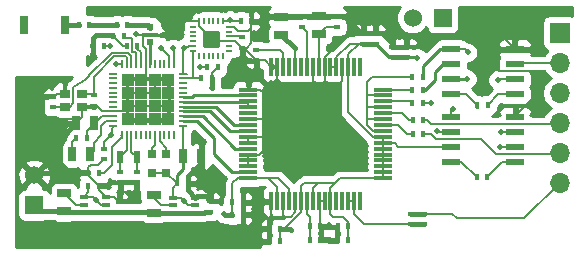
<source format=gtl>
G04 #@! TF.FileFunction,Copper,L1,Top,Signal*
%FSLAX46Y46*%
G04 Gerber Fmt 4.6, Leading zero omitted, Abs format (unit mm)*
G04 Created by KiCad (PCBNEW 4.0.6) date 12/04/17 16:36:58*
%MOMM*%
%LPD*%
G01*
G04 APERTURE LIST*
%ADD10C,0.150000*%
%ADD11R,0.398780X0.599440*%
%ADD12R,1.500000X0.300000*%
%ADD13R,0.300000X1.500000*%
%ADD14R,1.143000X0.635000*%
%ADD15R,0.599440X0.398780*%
%ADD16R,0.200000X0.500000*%
%ADD17R,0.200000X0.550000*%
%ADD18R,0.500000X0.200000*%
%ADD19R,0.550000X0.200000*%
%ADD20R,0.700000X0.300000*%
%ADD21R,0.600000X0.600000*%
%ADD22R,1.524000X1.524000*%
%ADD23C,1.524000*%
%ADD24R,0.800000X0.800000*%
%ADD25R,0.650000X0.400000*%
%ADD26R,0.635000X1.143000*%
%ADD27R,0.900000X0.800000*%
%ADD28R,0.800000X1.600000*%
%ADD29R,0.200000X0.800000*%
%ADD30R,0.800000X0.200000*%
%ADD31R,1.112500X1.112500*%
%ADD32R,0.600000X1.100000*%
%ADD33R,1.700000X1.700000*%
%ADD34O,1.700000X1.700000*%
%ADD35R,1.550000X0.600000*%
%ADD36C,0.508000*%
%ADD37C,0.152000*%
%ADD38C,0.457200*%
%ADD39C,0.229000*%
%ADD40C,0.460000*%
%ADD41C,0.152400*%
%ADD42C,0.254000*%
G04 APERTURE END LIST*
D10*
D11*
X305650420Y-134470000D03*
X306549580Y-134470000D03*
X305630420Y-140530000D03*
X306529580Y-140530000D03*
D12*
X297700000Y-140650000D03*
X297700000Y-140150000D03*
X297700000Y-139650000D03*
X297700000Y-139150000D03*
X297700000Y-138650000D03*
X297700000Y-138150000D03*
X297700000Y-137650000D03*
X297700000Y-137150000D03*
X297700000Y-136650000D03*
X297700000Y-136150000D03*
X297700000Y-135650000D03*
X297700000Y-135150000D03*
X297700000Y-134650000D03*
X297700000Y-134150000D03*
X297700000Y-133650000D03*
X297700000Y-133150000D03*
D13*
X295750000Y-131200000D03*
X295250000Y-131200000D03*
X294750000Y-131200000D03*
X294250000Y-131200000D03*
X293750000Y-131200000D03*
X293250000Y-131200000D03*
X292750000Y-131200000D03*
X292250000Y-131200000D03*
X291750000Y-131200000D03*
X291250000Y-131200000D03*
X290750000Y-131200000D03*
X290250000Y-131200000D03*
X289750000Y-131200000D03*
X289250000Y-131200000D03*
X288750000Y-131200000D03*
X288250000Y-131200000D03*
D12*
X286300000Y-133150000D03*
X286300000Y-133650000D03*
X286300000Y-134150000D03*
X286300000Y-134650000D03*
X286300000Y-135150000D03*
X286300000Y-135650000D03*
X286300000Y-136150000D03*
X286300000Y-136650000D03*
X286300000Y-137150000D03*
X286300000Y-137650000D03*
X286300000Y-138150000D03*
X286300000Y-138650000D03*
X286300000Y-139150000D03*
X286300000Y-139650000D03*
X286300000Y-140150000D03*
X286300000Y-140650000D03*
D13*
X288250000Y-142600000D03*
X288750000Y-142600000D03*
X289250000Y-142600000D03*
X289750000Y-142600000D03*
X290250000Y-142600000D03*
X290750000Y-142600000D03*
X291250000Y-142600000D03*
X291750000Y-142600000D03*
X292250000Y-142600000D03*
X292750000Y-142600000D03*
X293250000Y-142600000D03*
X293750000Y-142600000D03*
X294250000Y-142600000D03*
X294750000Y-142600000D03*
X295250000Y-142600000D03*
X295750000Y-142600000D03*
D14*
X278290000Y-142068000D03*
X278290000Y-143592000D03*
D15*
X283070000Y-143489580D03*
X283070000Y-142590420D03*
X274070000Y-139049580D03*
X274070000Y-138150420D03*
D16*
X282140000Y-130350000D03*
D17*
X282540000Y-130350000D03*
X282940000Y-130350000D03*
X283340000Y-130350000D03*
X283740000Y-130350000D03*
D16*
X284140000Y-130350000D03*
D18*
X284640000Y-129850000D03*
D19*
X284640000Y-129450000D03*
X284640000Y-129050000D03*
X284640000Y-128650000D03*
X284640000Y-128250000D03*
D18*
X284640000Y-127850000D03*
D16*
X284140000Y-127350000D03*
D17*
X283740000Y-127350000D03*
X283340000Y-127350000D03*
X282940000Y-127350000D03*
X282540000Y-127350000D03*
D16*
X282140000Y-127350000D03*
D18*
X281640000Y-127850000D03*
D19*
X281640000Y-128250000D03*
X281640000Y-128650000D03*
X281640000Y-129050000D03*
X281640000Y-129450000D03*
D18*
X281640000Y-129850000D03*
D11*
X283199580Y-132210000D03*
X282300420Y-132210000D03*
X283719580Y-131270000D03*
X282820420Y-131270000D03*
X285650420Y-127360000D03*
X286549580Y-127360000D03*
D15*
X285780000Y-128730420D03*
X285780000Y-129629580D03*
D20*
X278326500Y-128500000D03*
D21*
X278000000Y-129112500D03*
X278000000Y-127887500D03*
D20*
X277637500Y-128500000D03*
D11*
X275729580Y-128620000D03*
X274830420Y-128620000D03*
X273150420Y-129450000D03*
X274049580Y-129450000D03*
D14*
X289100000Y-128512000D03*
X289100000Y-126988000D03*
D22*
X302760000Y-127060000D03*
D23*
X300220000Y-127060000D03*
D15*
X297075000Y-128375420D03*
X297075000Y-129274580D03*
D11*
X288100420Y-144950000D03*
X288999580Y-144950000D03*
D24*
X279350000Y-140200000D03*
X279350000Y-138600000D03*
D11*
X288100420Y-146000000D03*
X288999580Y-146000000D03*
D25*
X274262500Y-143537500D03*
X274262500Y-142237500D03*
X272362500Y-142887500D03*
X274262500Y-142887500D03*
X272362500Y-142237500D03*
X272362500Y-143537500D03*
D15*
X290800000Y-127849580D03*
X290800000Y-126950420D03*
X296025000Y-128375420D03*
X296025000Y-129274580D03*
D11*
X284950420Y-142675000D03*
X285849580Y-142675000D03*
X300190420Y-132060000D03*
X301089580Y-132060000D03*
X285849580Y-143750000D03*
X284950420Y-143750000D03*
X291500420Y-145850000D03*
X292399580Y-145850000D03*
X291500420Y-144725000D03*
X292399580Y-144725000D03*
X294749580Y-145900000D03*
X293850420Y-145900000D03*
D15*
X286975000Y-129775420D03*
X286975000Y-130674580D03*
D11*
X294749580Y-144725000D03*
X293850420Y-144725000D03*
D15*
X293775000Y-126950420D03*
X293775000Y-127849580D03*
X299700000Y-129530420D03*
X299700000Y-130429580D03*
X298475000Y-129530420D03*
X298475000Y-130429580D03*
D14*
X292275000Y-126963000D03*
X292275000Y-128487000D03*
X270712500Y-141925500D03*
X270712500Y-143449500D03*
D11*
X272762920Y-141287500D03*
X273662080Y-141287500D03*
D15*
X275362500Y-143537080D03*
X275362500Y-142637920D03*
D11*
X280275420Y-141100000D03*
X281174580Y-141100000D03*
D15*
X300075000Y-144549580D03*
X300075000Y-143650420D03*
X301175000Y-144549580D03*
X301175000Y-143650420D03*
D11*
X300150420Y-133160000D03*
X301049580Y-133160000D03*
X300175420Y-134250000D03*
X301074580Y-134250000D03*
X300200420Y-135690000D03*
X301099580Y-135690000D03*
X300200420Y-136910000D03*
X301099580Y-136910000D03*
D24*
X278150000Y-140200000D03*
X278150000Y-138600000D03*
D22*
X268160000Y-142940000D03*
D23*
X268160000Y-140400000D03*
D26*
X272932000Y-138620000D03*
X271408000Y-138620000D03*
D27*
X270800000Y-133500000D03*
X272200000Y-133500000D03*
X270800000Y-134600000D03*
X272200000Y-134600000D03*
D15*
X275450000Y-140100420D03*
X275450000Y-140999580D03*
D11*
X273649580Y-140200000D03*
X272750420Y-140200000D03*
D15*
X269800000Y-133750420D03*
X269800000Y-134649580D03*
X273200000Y-134549580D03*
X273200000Y-133650420D03*
D11*
X276899580Y-129450000D03*
X276000420Y-129450000D03*
D15*
X276850000Y-140100420D03*
X276850000Y-140999580D03*
D28*
X270745000Y-127673000D03*
X267345000Y-127673000D03*
D11*
X272849580Y-127700000D03*
X271950420Y-127700000D03*
D15*
X274000000Y-127650420D03*
X274000000Y-128549580D03*
D11*
X276049580Y-127700000D03*
X275150420Y-127700000D03*
X271730420Y-137270000D03*
X272629580Y-137270000D03*
D26*
X273262000Y-136000000D03*
X271738000Y-136000000D03*
X280788000Y-138800000D03*
X282312000Y-138800000D03*
D29*
X275600000Y-137000000D03*
X276000000Y-137000000D03*
X276400000Y-137000000D03*
X276800000Y-137000000D03*
X277200000Y-137000000D03*
X277600000Y-137000000D03*
X278000000Y-137000000D03*
X278400000Y-137000000D03*
X278800000Y-137000000D03*
X279200000Y-137000000D03*
X279600000Y-137000000D03*
X280000000Y-137000000D03*
D30*
X280800000Y-136200000D03*
X280800000Y-135800000D03*
X280800000Y-135400000D03*
X280800000Y-135000000D03*
X280800000Y-134600000D03*
X280800000Y-134200000D03*
X280800000Y-133800000D03*
X280800000Y-133400000D03*
X280800000Y-133000000D03*
X280800000Y-132600000D03*
X280800000Y-132200000D03*
X280800000Y-131800000D03*
D29*
X280000000Y-131000000D03*
X279600000Y-131000000D03*
X279200000Y-131000000D03*
X278800000Y-131000000D03*
X278400000Y-131000000D03*
X278000000Y-131000000D03*
X277600000Y-131000000D03*
X277200000Y-131000000D03*
X276800000Y-131000000D03*
X276400000Y-131000000D03*
X276000000Y-131000000D03*
X275600000Y-131000000D03*
D30*
X274800000Y-131800000D03*
X274800000Y-132200000D03*
X274800000Y-132600000D03*
X274800000Y-133000000D03*
X274800000Y-133400000D03*
X274800000Y-133800000D03*
X274800000Y-134200000D03*
X274800000Y-134600000D03*
X274800000Y-135000000D03*
X274800000Y-135400000D03*
X274800000Y-135800000D03*
X274800000Y-136200000D03*
D31*
X279468750Y-132331250D03*
X278356250Y-132331250D03*
X277243750Y-132331250D03*
X276131250Y-132331250D03*
X279468750Y-133443750D03*
X278356250Y-133443750D03*
X277243750Y-133443750D03*
X276131250Y-133443750D03*
X279468750Y-134556250D03*
X278356250Y-134556250D03*
X277243750Y-134556250D03*
X276131250Y-134556250D03*
X279468750Y-135668750D03*
X278356250Y-135668750D03*
X277243750Y-135668750D03*
X276131250Y-135668750D03*
D32*
X276850000Y-138850000D03*
X275450000Y-138850000D03*
D25*
X281820000Y-143600000D03*
X281820000Y-142300000D03*
X279920000Y-142950000D03*
X281820000Y-142950000D03*
X279920000Y-142300000D03*
X279920000Y-143600000D03*
D33*
X312660000Y-128360000D03*
D34*
X312660000Y-130900000D03*
X312660000Y-133440000D03*
X312660000Y-135980000D03*
X312660000Y-138520000D03*
X312660000Y-141060000D03*
D35*
X308880000Y-136705000D03*
X308880000Y-139245000D03*
X308880000Y-137975000D03*
X308880000Y-135435000D03*
X303480000Y-135435000D03*
X303480000Y-136705000D03*
X303480000Y-137975000D03*
X303480000Y-139245000D03*
X308870000Y-131005000D03*
X308870000Y-133545000D03*
X308870000Y-132275000D03*
X308870000Y-129735000D03*
X303470000Y-129735000D03*
X303470000Y-131005000D03*
X303470000Y-132275000D03*
X303470000Y-133545000D03*
D36*
X279910000Y-129650000D03*
X278940000Y-129640000D03*
X283200000Y-141800000D03*
X287750000Y-138800000D03*
X293100000Y-144650000D03*
X292700000Y-134100000D03*
X285950000Y-141650000D03*
X276850000Y-141650000D03*
X273150000Y-130150000D03*
X279110000Y-128530000D03*
X276820000Y-128420000D03*
X282300000Y-137700000D03*
X284250000Y-143670000D03*
X280840000Y-142560000D03*
X284730000Y-127260000D03*
X283220000Y-133060000D03*
X275120000Y-130980000D03*
X274640000Y-137010000D03*
X274580000Y-129450000D03*
X304830000Y-132240000D03*
X300610000Y-130470000D03*
X273412500Y-142487500D03*
X289900000Y-145050000D03*
X307680000Y-136710000D03*
X280850000Y-129600000D03*
X282230000Y-131270000D03*
X307570000Y-138040000D03*
X307400000Y-132340000D03*
X301740000Y-134250000D03*
X302290000Y-136660000D03*
X303620000Y-134780000D03*
X304880000Y-130010000D03*
D37*
X274100000Y-140200000D02*
X273649580Y-140200000D01*
X274730000Y-139570000D02*
X274100000Y-140200000D01*
X274730000Y-138010000D02*
X274730000Y-139570000D01*
X275600000Y-137140000D02*
X274730000Y-138010000D01*
X275600000Y-137000000D02*
X275600000Y-137140000D01*
X275600000Y-137000000D02*
X275550000Y-137000000D01*
X276899580Y-129450000D02*
X276899580Y-129699580D01*
X276899580Y-129699580D02*
X277200000Y-130000000D01*
X277200000Y-130000000D02*
X277200000Y-131000000D01*
D38*
X276049580Y-127700000D02*
X277800000Y-127700000D01*
X277800000Y-127700000D02*
X278000000Y-127900000D01*
D39*
X280800000Y-135000000D02*
X283060000Y-135000000D01*
X284710000Y-136650000D02*
X286300000Y-136650000D01*
X283060000Y-135000000D02*
X284710000Y-136650000D01*
X280800000Y-134600000D02*
X283550000Y-134600000D01*
X285100000Y-136150000D02*
X286300000Y-136150000D01*
X283550000Y-134600000D02*
X285100000Y-136150000D01*
D37*
X286200000Y-136250000D02*
X286300000Y-136150000D01*
X280000000Y-131000000D02*
X280000000Y-129740000D01*
X280000000Y-129740000D02*
X279910000Y-129650000D01*
X280000000Y-131000000D02*
X280000000Y-130730000D01*
X279600000Y-131000000D02*
X279600000Y-130350000D01*
X279600000Y-130350000D02*
X278940000Y-129640000D01*
D39*
X286300000Y-140150000D02*
X284940000Y-140150000D01*
X281940000Y-135800000D02*
X280800000Y-135800000D01*
X283360000Y-137220000D02*
X281940000Y-135800000D01*
X283360000Y-138570000D02*
X283360000Y-137220000D01*
X284940000Y-140150000D02*
X283360000Y-138570000D01*
D40*
X271950420Y-127700000D02*
X270772000Y-127700000D01*
X270772000Y-127700000D02*
X270745000Y-127673000D01*
D37*
X271408000Y-138620000D02*
X271408000Y-137592420D01*
X271408000Y-137592420D02*
X271730420Y-137270000D01*
X308880000Y-135435000D02*
X308880000Y-135380000D01*
X308880000Y-135380000D02*
X310350000Y-133910000D01*
X310350000Y-133910000D02*
X310350000Y-131690000D01*
X310350000Y-131690000D02*
X310270000Y-131610000D01*
X310270000Y-131610000D02*
X307540000Y-131610000D01*
X307540000Y-131610000D02*
X307240000Y-131310000D01*
X307240000Y-131310000D02*
X307240000Y-130310000D01*
X307240000Y-130310000D02*
X307815000Y-129735000D01*
X307815000Y-129735000D02*
X308870000Y-129735000D01*
X299700000Y-129530420D02*
X301349580Y-129530420D01*
X307915000Y-128780000D02*
X308870000Y-129735000D01*
X302100000Y-128780000D02*
X307915000Y-128780000D01*
X301349580Y-129530420D02*
X302100000Y-128780000D01*
D39*
X298475000Y-129530420D02*
X298475000Y-129325000D01*
X297525420Y-128375420D02*
X297075000Y-128375420D01*
X298475000Y-129325000D02*
X297525420Y-128375420D01*
D37*
X298475000Y-129530420D02*
X298475000Y-129435000D01*
D38*
X271470000Y-140200000D02*
X268360000Y-140200000D01*
X268360000Y-140200000D02*
X268160000Y-140400000D01*
X283070000Y-142590420D02*
X283065000Y-142590420D01*
X283065000Y-142590420D02*
X282674580Y-142200000D01*
X282674580Y-142200000D02*
X281920000Y-142200000D01*
X281920000Y-142200000D02*
X281820000Y-142300000D01*
X281174580Y-141100000D02*
X281174580Y-141654580D01*
X281174580Y-141654580D02*
X281820000Y-142300000D01*
X283025000Y-141975000D02*
X283025000Y-142550420D01*
X283200000Y-141800000D02*
X283025000Y-141975000D01*
D37*
X286975000Y-130674580D02*
X287724580Y-130674580D01*
X287724580Y-130674580D02*
X288250000Y-131200000D01*
X275362500Y-142637920D02*
X275862080Y-142637920D01*
X293100000Y-144650000D02*
X293100000Y-144725000D01*
D38*
X293775000Y-126950420D02*
X294375420Y-126950420D01*
X294375420Y-126950420D02*
X295800420Y-128375420D01*
D37*
X292399580Y-144725000D02*
X293100000Y-144725000D01*
X293100000Y-144725000D02*
X293850420Y-144725000D01*
X292399580Y-144725000D02*
X292399580Y-142749580D01*
X292399580Y-142749580D02*
X292250000Y-142600000D01*
X288250000Y-143725000D02*
X288250000Y-144800420D01*
X288250000Y-144800420D02*
X288100420Y-144950000D01*
X292449580Y-145900000D02*
X292399580Y-145850000D01*
X292750000Y-131200000D02*
X292750000Y-130375000D01*
X294749580Y-128375420D02*
X296025000Y-128375420D01*
X292750000Y-130375000D02*
X294749580Y-128375420D01*
D38*
X298475000Y-129530420D02*
X299700000Y-129530420D01*
X297075000Y-128375420D02*
X296025000Y-128375420D01*
X295800420Y-128375420D02*
X296025000Y-128375420D01*
X293775000Y-126950420D02*
X292287580Y-126950420D01*
X292287580Y-126950420D02*
X292275000Y-126963000D01*
X290800000Y-126950420D02*
X292262420Y-126950420D01*
X292262420Y-126950420D02*
X292275000Y-126963000D01*
D37*
X294250000Y-132425000D02*
X294250000Y-131200000D01*
X290250000Y-142600000D02*
X290250000Y-143550000D01*
X290250000Y-143550000D02*
X289900000Y-143900000D01*
X288100420Y-146000000D02*
X288100420Y-144950000D01*
X292399580Y-145850000D02*
X292399580Y-144725000D01*
X293850420Y-144725000D02*
X293850420Y-145900000D01*
X288750000Y-131200000D02*
X288250000Y-131200000D01*
X274262500Y-142237500D02*
X274962080Y-142237500D01*
X274962080Y-142237500D02*
X275362500Y-142637920D01*
D38*
X289100000Y-126988000D02*
X290762420Y-126988000D01*
D37*
X290762420Y-126988000D02*
X290800000Y-126950420D01*
X289112420Y-127000420D02*
X289100000Y-126988000D01*
X273662080Y-141287500D02*
X273662080Y-141637080D01*
X273662080Y-141637080D02*
X274262500Y-142237500D01*
X292750000Y-132400000D02*
X292750000Y-131200000D01*
X291750000Y-132700000D02*
X291750000Y-131200000D01*
X288250000Y-131200000D02*
X288250000Y-131800000D01*
X288250000Y-131200000D02*
X288250000Y-130900000D01*
X288250000Y-131200000D02*
X288250000Y-131000000D01*
X292750000Y-142600000D02*
X292250000Y-142600000D01*
X275417500Y-142582920D02*
X275362500Y-142637920D01*
X275362500Y-142637920D02*
X275392080Y-142637920D01*
X275362500Y-142637920D02*
X275362500Y-142637500D01*
D38*
X292400000Y-132750000D02*
X292400000Y-133800000D01*
X292400000Y-133800000D02*
X292700000Y-134100000D01*
D39*
X275862080Y-142637920D02*
X276850000Y-141650000D01*
D37*
X287500000Y-138550000D02*
X287750000Y-138800000D01*
X288425000Y-143900000D02*
X288250000Y-143725000D01*
X289225000Y-132750000D02*
X291700000Y-132750000D01*
X292400000Y-132750000D02*
X293925000Y-132750000D01*
X293925000Y-132750000D02*
X294250000Y-132425000D01*
X289900000Y-143900000D02*
X289275000Y-143900000D01*
X291700000Y-132750000D02*
X292400000Y-132750000D01*
X292400000Y-132750000D02*
X292750000Y-132400000D01*
X291700000Y-132750000D02*
X291750000Y-132700000D01*
X285950000Y-141650000D02*
X285849580Y-141750420D01*
X288712500Y-132237500D02*
X289225000Y-132750000D01*
X287700000Y-133250000D02*
X288712500Y-132237500D01*
X288712500Y-132237500D02*
X288750000Y-132200000D01*
X287400000Y-133250000D02*
X287700000Y-133250000D01*
X287400000Y-133250000D02*
X287500000Y-133350000D01*
X287300000Y-133150000D02*
X287400000Y-133250000D01*
X287500000Y-133350000D02*
X287500000Y-135450000D01*
X287500000Y-137100000D02*
X287500000Y-135450000D01*
X287500000Y-135450000D02*
X287500000Y-135550000D01*
X287500000Y-135550000D02*
X287400000Y-135650000D01*
X287500000Y-138325000D02*
X287500000Y-138550000D01*
X287500000Y-137125000D02*
X287500000Y-138325000D01*
X287500000Y-138325000D02*
X287500000Y-138375000D01*
X287500000Y-138375000D02*
X287225000Y-138650000D01*
X287500000Y-137150000D02*
X287500000Y-137125000D01*
X287500000Y-137125000D02*
X287500000Y-137100000D01*
X289275000Y-143900000D02*
X288425000Y-143900000D01*
X289275000Y-143900000D02*
X289250000Y-143900000D01*
D38*
X281174580Y-140475420D02*
X281174580Y-141100000D01*
D37*
X282140000Y-127350000D02*
X282140000Y-127810000D01*
X283850000Y-129050000D02*
X284640000Y-129050000D01*
X283110000Y-128310000D02*
X283850000Y-129050000D01*
X282640000Y-128310000D02*
X283110000Y-128310000D01*
X282140000Y-127810000D02*
X282640000Y-128310000D01*
X273150420Y-130149580D02*
X273150000Y-130150000D01*
X273150420Y-129450000D02*
X273150420Y-130149580D01*
X280830000Y-127350000D02*
X280670000Y-127190000D01*
X282140000Y-127350000D02*
X280830000Y-127350000D01*
D39*
X279080000Y-128500000D02*
X278326500Y-128500000D01*
X279080000Y-128500000D02*
X279110000Y-128530000D01*
D37*
X285930000Y-129629580D02*
X286975000Y-130674580D01*
X272750420Y-140200000D02*
X272750420Y-139709580D01*
X273609580Y-139510000D02*
X274070000Y-139049580D01*
X272950000Y-139510000D02*
X273609580Y-139510000D01*
X272750420Y-139709580D02*
X272950000Y-139510000D01*
X285780000Y-129629580D02*
X286150420Y-129629580D01*
X286549580Y-129230420D02*
X286549580Y-127930420D01*
X286150420Y-129629580D02*
X286549580Y-129230420D01*
X285780000Y-129629580D02*
X285930000Y-129629580D01*
X284640000Y-129050000D02*
X285200420Y-129050000D01*
X285200420Y-129050000D02*
X285780000Y-129629580D01*
X284640000Y-127850000D02*
X285050000Y-127850000D01*
X286290000Y-128190000D02*
X286549580Y-127930420D01*
X285390000Y-128190000D02*
X286290000Y-128190000D01*
X285050000Y-127850000D02*
X285390000Y-128190000D01*
X286549580Y-127930420D02*
X286549580Y-127360000D01*
X276000420Y-129450000D02*
X275660420Y-129450000D01*
X275660420Y-129450000D02*
X274830420Y-128620000D01*
D38*
X274000000Y-128549580D02*
X274760000Y-128549580D01*
X274760000Y-128549580D02*
X274830420Y-128620000D01*
D37*
X276900000Y-128500000D02*
X276820000Y-128420000D01*
X277637500Y-128500000D02*
X276900000Y-128500000D01*
X277637500Y-128500000D02*
X278326500Y-128500000D01*
D38*
X276850000Y-141650000D02*
X276850000Y-140999580D01*
D37*
X272750420Y-140200000D02*
X272750420Y-140375840D01*
X272750420Y-140375840D02*
X273662080Y-141287500D01*
D38*
X273150420Y-129450000D02*
X273150420Y-128799580D01*
X273150420Y-128799580D02*
X273400420Y-128549580D01*
X273400420Y-128549580D02*
X274000000Y-128549580D01*
X270230000Y-139280000D02*
X270230000Y-137508000D01*
X270230000Y-137508000D02*
X271738000Y-136000000D01*
X271150000Y-140200000D02*
X271470000Y-140200000D01*
X271470000Y-140200000D02*
X272750420Y-140200000D01*
X270230000Y-139280000D02*
X271150000Y-140200000D01*
D37*
X273200000Y-134549580D02*
X273449580Y-134549580D01*
X273449580Y-134549580D02*
X273900000Y-135000000D01*
X273900000Y-135000000D02*
X274800000Y-135000000D01*
X277600000Y-131000000D02*
X277600000Y-129700000D01*
X277350000Y-129450000D02*
X277350000Y-128500000D01*
X277600000Y-129700000D02*
X277350000Y-129450000D01*
X278356250Y-132331250D02*
X278356250Y-133443750D01*
X277243750Y-135668750D02*
X276131250Y-135668750D01*
X278356250Y-135668750D02*
X277243750Y-135668750D01*
X279468750Y-135668750D02*
X278356250Y-135668750D01*
X279468750Y-134556250D02*
X279468750Y-135668750D01*
X278356250Y-134556250D02*
X279468750Y-134556250D01*
X277243750Y-134556250D02*
X278356250Y-134556250D01*
X276131250Y-134556250D02*
X277243750Y-134556250D01*
X276131250Y-133443750D02*
X276131250Y-134556250D01*
X277243750Y-133443750D02*
X276131250Y-133443750D01*
X278356250Y-133443750D02*
X277243750Y-133443750D01*
X279468750Y-132331250D02*
X279468750Y-133443750D01*
X278356250Y-132331250D02*
X279468750Y-132331250D01*
X277243750Y-132331250D02*
X278356250Y-132331250D01*
X276131250Y-132331250D02*
X277243750Y-132331250D01*
X274800000Y-135000000D02*
X275687500Y-135000000D01*
X275687500Y-135000000D02*
X276131250Y-134556250D01*
X277600000Y-131000000D02*
X277600000Y-131975000D01*
X277600000Y-131975000D02*
X277243750Y-132331250D01*
D38*
X275450000Y-140999580D02*
X276850000Y-140999580D01*
X282312000Y-138800000D02*
X282312000Y-139338000D01*
X282312000Y-139338000D02*
X281174580Y-140475420D01*
D37*
X270800000Y-133500000D02*
X270050420Y-133500000D01*
X270050420Y-133500000D02*
X269800000Y-133750420D01*
X273200000Y-134549580D02*
X272250420Y-134549580D01*
X272250420Y-134549580D02*
X272200000Y-134600000D01*
D38*
X282312000Y-138800000D02*
X282312000Y-137712000D01*
X282312000Y-137712000D02*
X282300000Y-137700000D01*
D37*
X288250000Y-142600000D02*
X285924580Y-142600000D01*
X285924580Y-142600000D02*
X285849580Y-142675000D01*
X285849580Y-141750420D02*
X285849580Y-142675000D01*
X285849580Y-143750000D02*
X285849580Y-142675000D01*
X288250000Y-142600000D02*
X288250000Y-143725000D01*
X289250000Y-143900000D02*
X289250000Y-142600000D01*
X287225000Y-138650000D02*
X286300000Y-138650000D01*
X286300000Y-137650000D02*
X286300000Y-137150000D01*
X286300000Y-138650000D02*
X286300000Y-139150000D01*
X286300000Y-139150000D02*
X286300000Y-139650000D01*
X286300000Y-133150000D02*
X287300000Y-133150000D01*
X286300000Y-137150000D02*
X287500000Y-137150000D01*
X288750000Y-132200000D02*
X288750000Y-131200000D01*
X287400000Y-135650000D02*
X286300000Y-135650000D01*
X269800000Y-133750420D02*
X269093580Y-133750420D01*
X269093580Y-133750420D02*
X268986000Y-133858000D01*
X268986000Y-133858000D02*
X268986000Y-135610000D01*
X268986000Y-135610000D02*
X268986000Y-135636000D01*
X268986000Y-135636000D02*
X272034000Y-135636000D01*
X272034000Y-135636000D02*
X272200000Y-135470000D01*
X272200000Y-135470000D02*
X272200000Y-134650000D01*
D41*
X272300420Y-134549580D02*
X272200000Y-134650000D01*
D38*
X284950420Y-143750000D02*
X284330000Y-143750000D01*
X284330000Y-143750000D02*
X284250000Y-143670000D01*
D39*
X280275420Y-141100000D02*
X280275420Y-140404580D01*
X280788000Y-139892000D02*
X280788000Y-138800000D01*
X280275420Y-140404580D02*
X280788000Y-139892000D01*
D37*
X279920000Y-142300000D02*
X279920000Y-141455420D01*
X279920000Y-141455420D02*
X280275420Y-141100000D01*
X279920000Y-142300000D02*
X280580000Y-142300000D01*
X280580000Y-142300000D02*
X280840000Y-142560000D01*
X280840000Y-142560000D02*
X281230000Y-142950000D01*
X281230000Y-142950000D02*
X281820000Y-142950000D01*
X285650420Y-127360000D02*
X284830000Y-127360000D01*
X284830000Y-127360000D02*
X284730000Y-127260000D01*
X284140000Y-127350000D02*
X284640000Y-127350000D01*
X284640000Y-127350000D02*
X284730000Y-127260000D01*
X283199580Y-132210000D02*
X283199580Y-131790000D01*
X283199580Y-131790000D02*
X283719580Y-131270000D01*
X285640420Y-127350000D02*
X285650420Y-127360000D01*
D38*
X283199580Y-133039580D02*
X283199580Y-132210000D01*
X283220000Y-133060000D02*
X283199580Y-133039580D01*
D37*
X280250000Y-141100000D02*
X279350000Y-140200000D01*
X278150000Y-140200000D02*
X279350000Y-140200000D01*
X284950420Y-143750000D02*
X284950420Y-142675000D01*
X284950420Y-142675000D02*
X284950420Y-141099580D01*
X285400000Y-140650000D02*
X286300000Y-140650000D01*
X284950420Y-141099580D02*
X285400000Y-140650000D01*
X288000000Y-140650000D02*
X288850000Y-140650000D01*
X289750000Y-141550000D02*
X289750000Y-142600000D01*
X288850000Y-140650000D02*
X289750000Y-141550000D01*
X286300000Y-140650000D02*
X288000000Y-140650000D01*
X288750000Y-141400000D02*
X288750000Y-142600000D01*
X288000000Y-140650000D02*
X288750000Y-141400000D01*
X275120000Y-130980000D02*
X275140000Y-131000000D01*
X274070000Y-137580000D02*
X274640000Y-137010000D01*
X274640000Y-137010000D02*
X274660000Y-136990000D01*
X274070000Y-138150420D02*
X274070000Y-137580000D01*
X274660000Y-136990000D02*
X274800000Y-136200000D01*
X274049580Y-129450000D02*
X274580000Y-129450000D01*
X275140000Y-131000000D02*
X275600000Y-131000000D01*
X280800000Y-136200000D02*
X280800000Y-138788000D01*
X280800000Y-138788000D02*
X280788000Y-138800000D01*
X280275420Y-141100000D02*
X280250000Y-141100000D01*
X303480000Y-137975000D02*
X299005000Y-137975000D01*
X298680000Y-137650000D02*
X297700000Y-137650000D01*
X299005000Y-137975000D02*
X298680000Y-137650000D01*
X297725000Y-140625000D02*
X297700000Y-140650000D01*
D39*
X299700000Y-130429580D02*
X300569580Y-130429580D01*
X304795000Y-132275000D02*
X303470000Y-132275000D01*
X304830000Y-132240000D02*
X304795000Y-132275000D01*
X300569580Y-130429580D02*
X300610000Y-130470000D01*
X297075000Y-129274580D02*
X297075000Y-129325000D01*
X297075000Y-129325000D02*
X298179580Y-130429580D01*
X298179580Y-130429580D02*
X298475000Y-130429580D01*
D37*
X298475000Y-130429580D02*
X298230000Y-130429580D01*
D38*
X288999580Y-144950000D02*
X289800000Y-144950000D01*
X289900000Y-145050000D02*
X289800000Y-144950000D01*
D37*
X296025000Y-129274580D02*
X295650420Y-129274580D01*
X294750000Y-130175000D02*
X294750000Y-131200000D01*
X295650420Y-129274580D02*
X294750000Y-130175000D01*
X293250000Y-142600000D02*
X293250000Y-143700000D01*
X294749580Y-144349580D02*
X294749580Y-144725000D01*
X294350000Y-143950000D02*
X294749580Y-144349580D01*
X293500000Y-143950000D02*
X294350000Y-143950000D01*
X293250000Y-143700000D02*
X293500000Y-143950000D01*
X290750000Y-142600000D02*
X290750000Y-143550000D01*
X289350000Y-144950000D02*
X288999580Y-144950000D01*
X290750000Y-143550000D02*
X289350000Y-144950000D01*
X293750000Y-131200000D02*
X293750000Y-130400000D01*
X294875420Y-129274580D02*
X296025000Y-129274580D01*
X293750000Y-130400000D02*
X294875420Y-129274580D01*
D38*
X297075000Y-129274580D02*
X296025000Y-129274580D01*
X299700000Y-130429580D02*
X298475000Y-130429580D01*
D37*
X288999580Y-144950000D02*
X288999580Y-146000000D01*
X292300000Y-141050000D02*
X291050000Y-141050000D01*
X290750000Y-141350000D02*
X290750000Y-142600000D01*
X291050000Y-141050000D02*
X290750000Y-141350000D01*
X291750000Y-142600000D02*
X291750000Y-141475000D01*
X292175000Y-141050000D02*
X292300000Y-141050000D01*
X292300000Y-141050000D02*
X293675000Y-141050000D01*
X291750000Y-141475000D02*
X292175000Y-141050000D01*
X293250000Y-142600000D02*
X293250000Y-141475000D01*
X294075000Y-140650000D02*
X297700000Y-140650000D01*
X293250000Y-141475000D02*
X293675000Y-141050000D01*
X293675000Y-141050000D02*
X294075000Y-140650000D01*
X294749580Y-145900000D02*
X294749580Y-144725000D01*
X294750000Y-131200000D02*
X294750000Y-132450000D01*
X294750000Y-132450000D02*
X294750000Y-135075000D01*
X296825000Y-137150000D02*
X297700000Y-137150000D01*
X294750000Y-135075000D02*
X296825000Y-137150000D01*
X297700000Y-139150000D02*
X297700000Y-139650000D01*
X297700000Y-140150000D02*
X297700000Y-140650000D01*
X297700000Y-137150000D02*
X297700000Y-137650000D01*
X272762920Y-141287500D02*
X272762920Y-141837080D01*
X272762920Y-141837080D02*
X272362500Y-142237500D01*
X274262500Y-142887500D02*
X273812500Y-142887500D01*
X273812500Y-142887500D02*
X273412500Y-142487500D01*
X273162500Y-142237500D02*
X272362500Y-142237500D01*
X273412500Y-142487500D02*
X273162500Y-142237500D01*
X293299580Y-142649580D02*
X293250000Y-142600000D01*
X297700000Y-138650000D02*
X297700000Y-139150000D01*
X297700000Y-139650000D02*
X297700000Y-140150000D01*
X297700000Y-138150000D02*
X297700000Y-138650000D01*
X297700000Y-137650000D02*
X297700000Y-138150000D01*
X290749580Y-142600420D02*
X290750000Y-142600000D01*
X290749580Y-142600420D02*
X290750000Y-142600000D01*
X293250000Y-131200000D02*
X293750000Y-131200000D01*
X297700000Y-135150000D02*
X299320000Y-135150000D01*
X299860000Y-135690000D02*
X300200420Y-135690000D01*
X299320000Y-135150000D02*
X299860000Y-135690000D01*
X297700000Y-134150000D02*
X300075420Y-134150000D01*
X300075420Y-134150000D02*
X300175420Y-134250000D01*
X300150420Y-133160000D02*
X297710000Y-133160000D01*
X297710000Y-133160000D02*
X297700000Y-133150000D01*
X300050420Y-133150000D02*
X300200420Y-133000000D01*
D39*
X286300000Y-133650000D02*
X281710000Y-133650000D01*
X281560000Y-133800000D02*
X280800000Y-133800000D01*
X281710000Y-133650000D02*
X281560000Y-133800000D01*
D37*
X286250000Y-133600000D02*
X286300000Y-133650000D01*
D39*
X280800000Y-135400000D02*
X282460000Y-135400000D01*
X285210000Y-138150000D02*
X286300000Y-138150000D01*
X282460000Y-135400000D02*
X285210000Y-138150000D01*
D37*
X301175000Y-143650420D02*
X303520420Y-143650420D01*
X309660000Y-144060000D02*
X312660000Y-141060000D01*
X303930000Y-144060000D02*
X309660000Y-144060000D01*
X303520420Y-143650420D02*
X303930000Y-144060000D01*
X301175420Y-143650000D02*
X301175000Y-143650420D01*
D38*
X301175000Y-143650420D02*
X300075000Y-143650420D01*
D37*
X301099580Y-135690000D02*
X301400000Y-135690000D01*
X301800000Y-136090000D02*
X312550000Y-136090000D01*
X301400000Y-135690000D02*
X301800000Y-136090000D01*
X312550000Y-136090000D02*
X312660000Y-135980000D01*
X312370000Y-135690000D02*
X312660000Y-135980000D01*
X308880000Y-136705000D02*
X307685000Y-136705000D01*
X307685000Y-136705000D02*
X307680000Y-136710000D01*
X312660000Y-130900000D02*
X308975000Y-130900000D01*
X308975000Y-130900000D02*
X308870000Y-131005000D01*
D38*
X275362500Y-143537080D02*
X278235080Y-143537080D01*
X278235080Y-143537080D02*
X278290000Y-143592000D01*
X270712500Y-143449500D02*
X268669500Y-143449500D01*
X268669500Y-143449500D02*
X268160000Y-142940000D01*
X283070000Y-143489580D02*
X282650420Y-143489580D01*
X282540000Y-143600000D02*
X281820000Y-143600000D01*
X282650420Y-143489580D02*
X282540000Y-143600000D01*
D37*
X282919580Y-143489580D02*
X283070000Y-143489580D01*
D38*
X272362500Y-143537500D02*
X270800500Y-143537500D01*
X270800500Y-143537500D02*
X270712500Y-143449500D01*
X270712500Y-143449500D02*
X270712500Y-143512500D01*
D37*
X274262920Y-143537080D02*
X274262500Y-143537500D01*
D38*
X275362500Y-143537080D02*
X274262920Y-143537080D01*
D37*
X272274500Y-143449500D02*
X272362500Y-143537500D01*
D38*
X274262500Y-143537500D02*
X272362500Y-143537500D01*
D37*
X274362920Y-143437080D02*
X274262500Y-143537500D01*
D38*
X279920000Y-143600000D02*
X281820000Y-143600000D01*
X279920000Y-143600000D02*
X278298000Y-143600000D01*
X278298000Y-143600000D02*
X278290000Y-143592000D01*
D37*
X300075000Y-144549580D02*
X296089580Y-144549580D01*
X295250000Y-143710000D02*
X295250000Y-142600000D01*
X296089580Y-144549580D02*
X295250000Y-143710000D01*
X294750000Y-142600000D02*
X295250000Y-142600000D01*
X294750420Y-142600420D02*
X294750000Y-142600000D01*
X299975000Y-144649580D02*
X300075000Y-144549580D01*
D38*
X300075000Y-144549580D02*
X301175000Y-144549580D01*
D40*
X274000000Y-127699580D02*
X272850000Y-127699580D01*
X272850000Y-127699580D02*
X272849580Y-127700000D01*
X275150420Y-127700000D02*
X274000420Y-127700000D01*
X274000420Y-127700000D02*
X274000000Y-127699580D01*
D37*
X272362500Y-142887500D02*
X271674500Y-142887500D01*
X271674500Y-142887500D02*
X270712500Y-141925500D01*
X297700000Y-136150000D02*
X298950000Y-136150000D01*
X299710000Y-136910000D02*
X300200420Y-136910000D01*
X298950000Y-136150000D02*
X299710000Y-136910000D01*
X301099580Y-136910000D02*
X301770000Y-136910000D01*
X307300000Y-138640000D02*
X312540000Y-138640000D01*
X306000000Y-137340000D02*
X307300000Y-138640000D01*
X302200000Y-137340000D02*
X306000000Y-137340000D01*
X301770000Y-136910000D02*
X302200000Y-137340000D01*
X312540000Y-138640000D02*
X312660000Y-138520000D01*
X292250000Y-131200000D02*
X292250000Y-128512000D01*
X293775000Y-127849580D02*
X292912420Y-127849580D01*
X292912420Y-127849580D02*
X292275000Y-128487000D01*
X292250000Y-128512000D02*
X292275000Y-128487000D01*
X291250000Y-131200000D02*
X291250000Y-128299580D01*
X291250000Y-128299580D02*
X290800000Y-127849580D01*
X290250000Y-131200000D02*
X290250000Y-129662000D01*
D38*
X290250000Y-129662000D02*
X289100000Y-128512000D01*
D37*
X290200000Y-131150000D02*
X290250000Y-131200000D01*
X291500420Y-144725000D02*
X291500420Y-143950420D01*
X291250000Y-143700000D02*
X291250000Y-142600000D01*
X291500420Y-143950420D02*
X291250000Y-143700000D01*
X291625000Y-144600420D02*
X291500420Y-144725000D01*
X291500420Y-145850000D02*
X291500420Y-144725000D01*
X286975000Y-129775420D02*
X289000420Y-129775420D01*
X289000420Y-129775420D02*
X289250000Y-130025000D01*
X289250000Y-130025000D02*
X289250000Y-131200000D01*
X278150000Y-138600000D02*
X278150000Y-138060000D01*
X278400000Y-137810000D02*
X278400000Y-137000000D01*
X278150000Y-138060000D02*
X278400000Y-137810000D01*
X279350000Y-138600000D02*
X279350000Y-138060000D01*
X278800000Y-137510000D02*
X278800000Y-137000000D01*
X279350000Y-138060000D02*
X278800000Y-137510000D01*
D39*
X280800000Y-134200000D02*
X286250000Y-134200000D01*
X286250000Y-134200000D02*
X286300000Y-134150000D01*
D37*
X286250000Y-134200000D02*
X286300000Y-134150000D01*
X286300000Y-134150000D02*
X286300000Y-134650000D01*
X272629580Y-137270000D02*
X272629580Y-136632420D01*
X272629580Y-136632420D02*
X273262000Y-136000000D01*
X273262000Y-136000000D02*
X273350000Y-136000000D01*
X273350000Y-136000000D02*
X273950000Y-135400000D01*
X273950000Y-135400000D02*
X274800000Y-135400000D01*
X275000000Y-130040000D02*
X274720163Y-130049375D01*
X274720163Y-130049375D02*
X272760000Y-132040000D01*
X272760000Y-132040000D02*
X272770000Y-132030000D01*
X272770000Y-132030000D02*
X272455505Y-132345429D01*
X272455505Y-132345429D02*
X271600000Y-132830000D01*
X271600000Y-132830000D02*
X271490000Y-132940000D01*
X271490000Y-132940000D02*
X271490000Y-134310000D01*
X271490000Y-134310000D02*
X271200000Y-134600000D01*
X276400000Y-131000000D02*
X276400000Y-130330490D01*
X275395598Y-130045598D02*
X275000000Y-130040000D01*
X276115108Y-130045598D02*
X275395598Y-130045598D01*
X276400000Y-130330490D02*
X276115108Y-130045598D01*
X271200000Y-134600000D02*
X270800000Y-134600000D01*
X269800000Y-134649580D02*
X270750420Y-134649580D01*
X270800000Y-134600000D02*
X270950000Y-134600000D01*
X270750420Y-134649580D02*
X270800000Y-134600000D01*
D41*
X271050000Y-134650000D02*
X270800000Y-134650000D01*
X270799580Y-134649580D02*
X270800000Y-134650000D01*
D37*
X276000000Y-131000000D02*
X276000000Y-130450000D01*
X276000000Y-130450000D02*
X275900000Y-130350000D01*
X275900000Y-130350000D02*
X274900000Y-130350000D01*
X274900000Y-130350000D02*
X273200000Y-132050000D01*
X273200000Y-132050000D02*
X273200000Y-133650420D01*
X272200000Y-133500000D02*
X273049580Y-133500000D01*
X273049580Y-133500000D02*
X273200000Y-133650420D01*
X275450000Y-140100420D02*
X275450000Y-138850000D01*
X275450000Y-138850000D02*
X276000000Y-138300000D01*
X276000000Y-138300000D02*
X276000000Y-137000000D01*
X276850000Y-140100420D02*
X276850000Y-138850000D01*
X276400000Y-137000000D02*
X276400000Y-138400000D01*
X276400000Y-138400000D02*
X276850000Y-138850000D01*
X274800000Y-135800000D02*
X274240000Y-135800000D01*
X273200000Y-137640000D02*
X273200000Y-138352000D01*
X273840000Y-137000000D02*
X273200000Y-137640000D01*
X273840000Y-136200000D02*
X273840000Y-137000000D01*
X274240000Y-135800000D02*
X273840000Y-136200000D01*
X273200000Y-138352000D02*
X272932000Y-138620000D01*
D39*
X278000000Y-129100000D02*
X278000000Y-131000000D01*
D37*
X275909580Y-128800000D02*
X276450000Y-128800000D01*
X276800000Y-130050000D02*
X276750000Y-130000000D01*
X276750000Y-130000000D02*
X276500000Y-130000000D01*
X276500000Y-130000000D02*
X276450000Y-129950000D01*
X276450000Y-129950000D02*
X276450000Y-128800000D01*
X276800000Y-130050000D02*
X276800000Y-131000000D01*
X275909580Y-128800000D02*
X275729580Y-128620000D01*
X284640000Y-128650000D02*
X285699580Y-128650000D01*
X285699580Y-128650000D02*
X285780000Y-128730420D01*
X281540000Y-132200000D02*
X282290420Y-132200000D01*
X282290420Y-132200000D02*
X282300420Y-132210000D01*
X281640000Y-129850000D02*
X281640000Y-132170000D01*
X281610000Y-132200000D02*
X281540000Y-132200000D01*
X281540000Y-132200000D02*
X280800000Y-132200000D01*
X281640000Y-132170000D02*
X281610000Y-132200000D01*
X282820420Y-131270000D02*
X282230000Y-131270000D01*
X280900000Y-129550000D02*
X281640000Y-129450000D01*
X280850000Y-129600000D02*
X280900000Y-129550000D01*
X281640000Y-129450000D02*
X281340000Y-129450000D01*
X281340000Y-129450000D02*
X281210000Y-129450000D01*
X280800000Y-129860000D02*
X280800000Y-131800000D01*
X281210000Y-129450000D02*
X280800000Y-129860000D01*
X280900000Y-131800000D02*
X280950000Y-131800000D01*
D41*
X280900000Y-131800000D02*
X281100000Y-131800000D01*
D37*
X278290000Y-142068000D02*
X278290000Y-142300000D01*
X278290000Y-142300000D02*
X278940000Y-142950000D01*
X278940000Y-142950000D02*
X279920000Y-142950000D01*
X296350000Y-133720000D02*
X296350000Y-132490000D01*
X296780000Y-132060000D02*
X300190420Y-132060000D01*
X296350000Y-132490000D02*
X296780000Y-132060000D01*
X297700000Y-135650000D02*
X296410000Y-135650000D01*
X296410000Y-135650000D02*
X296350000Y-135590000D01*
X297700000Y-134650000D02*
X296350000Y-134650000D01*
X297700000Y-136650000D02*
X296850000Y-136650000D01*
X296850000Y-136650000D02*
X296350000Y-136150000D01*
X296350000Y-136150000D02*
X296350000Y-135590000D01*
X296350000Y-135590000D02*
X296350000Y-134650000D01*
X296350000Y-134650000D02*
X296350000Y-133720000D01*
X296350000Y-133720000D02*
X296350000Y-133650000D01*
X297700000Y-133650000D02*
X296350000Y-133650000D01*
X297650000Y-135600000D02*
X297700000Y-135650000D01*
X308880000Y-137975000D02*
X307635000Y-137975000D01*
X307635000Y-137975000D02*
X307570000Y-138040000D01*
X307465000Y-132275000D02*
X308870000Y-132275000D01*
X307400000Y-132340000D02*
X307465000Y-132275000D01*
X303480000Y-136705000D02*
X302335000Y-136705000D01*
X301740000Y-134250000D02*
X301074580Y-134250000D01*
X302335000Y-136705000D02*
X302290000Y-136660000D01*
D39*
X303470000Y-131005000D02*
X302775000Y-131005000D01*
X302775000Y-131005000D02*
X302120000Y-131660000D01*
X302120000Y-131660000D02*
X302120000Y-132300000D01*
X302120000Y-132300000D02*
X301260000Y-133160000D01*
X301260000Y-133160000D02*
X301049580Y-133160000D01*
D37*
X303470000Y-129735000D02*
X304605000Y-129735000D01*
X303480000Y-134920000D02*
X303480000Y-135435000D01*
X303620000Y-134780000D02*
X303480000Y-134920000D01*
X304605000Y-129735000D02*
X304880000Y-130010000D01*
D39*
X301089580Y-132060000D02*
X301089580Y-131180420D01*
X302535000Y-129735000D02*
X303470000Y-129735000D01*
X301089580Y-131180420D02*
X302535000Y-129735000D01*
D37*
X303480000Y-139245000D02*
X304345420Y-139245000D01*
X304345420Y-139245000D02*
X305630420Y-140530000D01*
X308880000Y-139245000D02*
X307814580Y-139245000D01*
X307814580Y-139245000D02*
X306529580Y-140530000D01*
X303470000Y-133545000D02*
X304725420Y-133545000D01*
X304725420Y-133545000D02*
X305650420Y-134470000D01*
X305690000Y-134700000D02*
X305750420Y-134700000D01*
X308870000Y-133545000D02*
X307474580Y-133545000D01*
X307474580Y-133545000D02*
X306549580Y-134470000D01*
D42*
G36*
X271249586Y-132211347D02*
X271176976Y-132273974D01*
X271097247Y-132327247D01*
X270987247Y-132437247D01*
X270833122Y-132667912D01*
X270779000Y-132940000D01*
X270779000Y-133552560D01*
X270674135Y-133552560D01*
X270734720Y-133491975D01*
X270734720Y-133424721D01*
X270673000Y-133275716D01*
X270673000Y-132623750D01*
X270514250Y-132465000D01*
X270223691Y-132465000D01*
X269990302Y-132561673D01*
X269811673Y-132740301D01*
X269738884Y-132916030D01*
X269672998Y-132916030D01*
X269672998Y-133074778D01*
X269514250Y-132916030D01*
X269373970Y-132916030D01*
X269140581Y-133012703D01*
X268961953Y-133191332D01*
X268865280Y-133424721D01*
X268865280Y-133491975D01*
X269024030Y-133650725D01*
X269673000Y-133650725D01*
X269673000Y-133603420D01*
X269927000Y-133603420D01*
X269927000Y-133627000D01*
X269873750Y-133627000D01*
X269715000Y-133785750D01*
X269715000Y-133802750D01*
X269500280Y-133802750D01*
X269264963Y-133847028D01*
X269260166Y-133850115D01*
X269024030Y-133850115D01*
X268865280Y-134008865D01*
X268865280Y-134076119D01*
X268911345Y-134187329D01*
X268903849Y-134198300D01*
X268852840Y-134450190D01*
X268852840Y-134848970D01*
X268897118Y-135084287D01*
X269036190Y-135300411D01*
X269248390Y-135445401D01*
X269500280Y-135496410D01*
X269951724Y-135496410D01*
X270098110Y-135596431D01*
X270350000Y-135647440D01*
X270785500Y-135647440D01*
X270785500Y-135714250D01*
X270944250Y-135873000D01*
X271611000Y-135873000D01*
X271611000Y-135853000D01*
X271865000Y-135853000D01*
X271865000Y-135873000D01*
X271885000Y-135873000D01*
X271885000Y-136127000D01*
X271865000Y-136127000D01*
X271865000Y-136147000D01*
X271611000Y-136147000D01*
X271611000Y-136127000D01*
X270944250Y-136127000D01*
X270785500Y-136285750D01*
X270785500Y-136697810D01*
X270882173Y-136931199D01*
X270889933Y-136938959D01*
X270883590Y-136970280D01*
X270883590Y-137122079D01*
X270751122Y-137320332D01*
X270707332Y-137540477D01*
X270639059Y-137584410D01*
X270494069Y-137796610D01*
X270443060Y-138048500D01*
X270443060Y-139191500D01*
X270487338Y-139426817D01*
X270626410Y-139642941D01*
X270838610Y-139787931D01*
X271090500Y-139838940D01*
X271725500Y-139838940D01*
X271916030Y-139803089D01*
X271916030Y-139914250D01*
X272074780Y-140073000D01*
X272650725Y-140073000D01*
X272650725Y-140053000D01*
X272802750Y-140053000D01*
X272802750Y-140340340D01*
X272650725Y-140340340D01*
X272650725Y-140327000D01*
X272074780Y-140327000D01*
X271916030Y-140485750D01*
X271916030Y-140626030D01*
X271965272Y-140744911D01*
X271916090Y-140987780D01*
X271916090Y-141412905D01*
X271895461Y-141416787D01*
X271887162Y-141372683D01*
X271748090Y-141156559D01*
X271535890Y-141011569D01*
X271284000Y-140960560D01*
X270141000Y-140960560D01*
X269905683Y-141004838D01*
X269689559Y-141143910D01*
X269544569Y-141356110D01*
X269493560Y-141608000D01*
X269493560Y-141893572D01*
X269386090Y-141726559D01*
X269173890Y-141581569D01*
X268922000Y-141530560D01*
X268917484Y-141530560D01*
X268960608Y-141380213D01*
X268160000Y-140579605D01*
X267359392Y-141380213D01*
X267402516Y-141530560D01*
X267398000Y-141530560D01*
X267162683Y-141574838D01*
X266946559Y-141713910D01*
X266801569Y-141926110D01*
X266750560Y-142178000D01*
X266750560Y-143702000D01*
X266794838Y-143937317D01*
X266933910Y-144153441D01*
X267146110Y-144298431D01*
X267398000Y-144349440D01*
X268922000Y-144349440D01*
X269115130Y-144313100D01*
X269815448Y-144313100D01*
X269889110Y-144363431D01*
X270141000Y-144414440D01*
X271284000Y-144414440D01*
X271354896Y-144401100D01*
X274262500Y-144401100D01*
X274264611Y-144400680D01*
X277312570Y-144400680D01*
X277466610Y-144505931D01*
X277718500Y-144556940D01*
X278861500Y-144556940D01*
X279096817Y-144512662D01*
X279173062Y-144463600D01*
X282540000Y-144463600D01*
X282870485Y-144397862D01*
X282937356Y-144353180D01*
X283070000Y-144353180D01*
X283154308Y-144336410D01*
X283369720Y-144336410D01*
X283605037Y-144292132D01*
X283611047Y-144288265D01*
X283745764Y-144423218D01*
X283923302Y-144496939D01*
X283999514Y-144547862D01*
X284045153Y-144556940D01*
X284330000Y-144613600D01*
X284451500Y-144613600D01*
X284499140Y-144646151D01*
X284751030Y-144697160D01*
X285149810Y-144697160D01*
X285385127Y-144652882D01*
X285409364Y-144637286D01*
X285523881Y-144684720D01*
X285591135Y-144684720D01*
X285749885Y-144525970D01*
X285749885Y-144283615D01*
X285797250Y-144049720D01*
X285797250Y-143877000D01*
X285949275Y-143877000D01*
X285949275Y-144525970D01*
X286108025Y-144684720D01*
X286175279Y-144684720D01*
X286408668Y-144588047D01*
X286472745Y-144523970D01*
X287266030Y-144523970D01*
X287266030Y-144664250D01*
X287424780Y-144823000D01*
X288000725Y-144823000D01*
X288000725Y-144174030D01*
X287841975Y-144015280D01*
X287774721Y-144015280D01*
X287541332Y-144111953D01*
X287362703Y-144290581D01*
X287266030Y-144523970D01*
X286472745Y-144523970D01*
X286587297Y-144409419D01*
X286683970Y-144176030D01*
X286683970Y-144035750D01*
X286525220Y-143877000D01*
X285949275Y-143877000D01*
X285797250Y-143877000D01*
X285797250Y-143834308D01*
X285814020Y-143750000D01*
X285797250Y-143665692D01*
X285797250Y-143450280D01*
X285752972Y-143214963D01*
X285749885Y-143210166D01*
X285749885Y-143208615D01*
X285797250Y-142974720D01*
X285797250Y-142802000D01*
X285949275Y-142802000D01*
X285949275Y-143623000D01*
X286525220Y-143623000D01*
X286683970Y-143464250D01*
X286683970Y-143323970D01*
X286637798Y-143212500D01*
X286683970Y-143101030D01*
X286683970Y-142960750D01*
X286525220Y-142802000D01*
X285949275Y-142802000D01*
X285797250Y-142802000D01*
X285797250Y-142375280D01*
X285752972Y-142139963D01*
X285749885Y-142135166D01*
X285749885Y-141899030D01*
X285949275Y-141899030D01*
X285949275Y-142548000D01*
X286525220Y-142548000D01*
X286683970Y-142389250D01*
X286683970Y-142248970D01*
X286587297Y-142015581D01*
X286408668Y-141836953D01*
X286175279Y-141740280D01*
X286108025Y-141740280D01*
X285949275Y-141899030D01*
X285749885Y-141899030D01*
X285661420Y-141810565D01*
X285661420Y-141447440D01*
X287050000Y-141447440D01*
X287285317Y-141403162D01*
X287350839Y-141361000D01*
X287690974Y-141361000D01*
X287561673Y-141490302D01*
X287465000Y-141723691D01*
X287465000Y-142314250D01*
X287623750Y-142473000D01*
X287952560Y-142473000D01*
X287952560Y-142727000D01*
X287623750Y-142727000D01*
X287465000Y-142885750D01*
X287465000Y-143476309D01*
X287561673Y-143709698D01*
X287740301Y-143888327D01*
X287973690Y-143985000D01*
X288016250Y-143985000D01*
X288173871Y-143827379D01*
X288348110Y-143946431D01*
X288469830Y-143971080D01*
X288483750Y-143985000D01*
X288526310Y-143985000D01*
X288530335Y-143983333D01*
X288600000Y-143997440D01*
X288900000Y-143997440D01*
X288971323Y-143984020D01*
X288973690Y-143985000D01*
X289016250Y-143985000D01*
X289027871Y-143973379D01*
X289135317Y-143953162D01*
X289249978Y-143879380D01*
X289348082Y-143946412D01*
X289276046Y-144018448D01*
X289198970Y-144002840D01*
X288800190Y-144002840D01*
X288564873Y-144047118D01*
X288540636Y-144062714D01*
X288426119Y-144015280D01*
X288358865Y-144015280D01*
X288200115Y-144174030D01*
X288200115Y-144416385D01*
X288152750Y-144650280D01*
X288152750Y-144865692D01*
X288135980Y-144950000D01*
X288152750Y-145034308D01*
X288152750Y-145249720D01*
X288196696Y-145483270D01*
X288152750Y-145700280D01*
X288152750Y-146147000D01*
X288000725Y-146147000D01*
X288000725Y-146127000D01*
X287424780Y-146127000D01*
X287266030Y-146285750D01*
X287266030Y-146426030D01*
X287302883Y-146515000D01*
X266585000Y-146515000D01*
X266585000Y-145235750D01*
X287266030Y-145235750D01*
X287266030Y-145376030D01*
X287307025Y-145475000D01*
X287266030Y-145573970D01*
X287266030Y-145714250D01*
X287424780Y-145873000D01*
X287746426Y-145873000D01*
X287774721Y-145884720D01*
X287841975Y-145884720D01*
X287853695Y-145873000D01*
X288000725Y-145873000D01*
X288000725Y-145077000D01*
X287853695Y-145077000D01*
X287841975Y-145065280D01*
X287774721Y-145065280D01*
X287746426Y-145077000D01*
X287424780Y-145077000D01*
X287266030Y-145235750D01*
X266585000Y-145235750D01*
X266585000Y-140192302D01*
X266750856Y-140192302D01*
X266778638Y-140747368D01*
X266937603Y-141131143D01*
X267179787Y-141200608D01*
X267980395Y-140400000D01*
X268339605Y-140400000D01*
X269140213Y-141200608D01*
X269382397Y-141131143D01*
X269569144Y-140607698D01*
X269541362Y-140052632D01*
X269382397Y-139668857D01*
X269140213Y-139599392D01*
X268339605Y-140400000D01*
X267980395Y-140400000D01*
X267179787Y-139599392D01*
X266937603Y-139668857D01*
X266750856Y-140192302D01*
X266585000Y-140192302D01*
X266585000Y-139419787D01*
X267359392Y-139419787D01*
X268160000Y-140220395D01*
X268960608Y-139419787D01*
X268891143Y-139177603D01*
X268367698Y-138990856D01*
X267812632Y-139018638D01*
X267428857Y-139177603D01*
X267359392Y-139419787D01*
X266585000Y-139419787D01*
X266585000Y-132127000D01*
X271398500Y-132127000D01*
X271249586Y-132211347D01*
X271249586Y-132211347D01*
G37*
X271249586Y-132211347D02*
X271176976Y-132273974D01*
X271097247Y-132327247D01*
X270987247Y-132437247D01*
X270833122Y-132667912D01*
X270779000Y-132940000D01*
X270779000Y-133552560D01*
X270674135Y-133552560D01*
X270734720Y-133491975D01*
X270734720Y-133424721D01*
X270673000Y-133275716D01*
X270673000Y-132623750D01*
X270514250Y-132465000D01*
X270223691Y-132465000D01*
X269990302Y-132561673D01*
X269811673Y-132740301D01*
X269738884Y-132916030D01*
X269672998Y-132916030D01*
X269672998Y-133074778D01*
X269514250Y-132916030D01*
X269373970Y-132916030D01*
X269140581Y-133012703D01*
X268961953Y-133191332D01*
X268865280Y-133424721D01*
X268865280Y-133491975D01*
X269024030Y-133650725D01*
X269673000Y-133650725D01*
X269673000Y-133603420D01*
X269927000Y-133603420D01*
X269927000Y-133627000D01*
X269873750Y-133627000D01*
X269715000Y-133785750D01*
X269715000Y-133802750D01*
X269500280Y-133802750D01*
X269264963Y-133847028D01*
X269260166Y-133850115D01*
X269024030Y-133850115D01*
X268865280Y-134008865D01*
X268865280Y-134076119D01*
X268911345Y-134187329D01*
X268903849Y-134198300D01*
X268852840Y-134450190D01*
X268852840Y-134848970D01*
X268897118Y-135084287D01*
X269036190Y-135300411D01*
X269248390Y-135445401D01*
X269500280Y-135496410D01*
X269951724Y-135496410D01*
X270098110Y-135596431D01*
X270350000Y-135647440D01*
X270785500Y-135647440D01*
X270785500Y-135714250D01*
X270944250Y-135873000D01*
X271611000Y-135873000D01*
X271611000Y-135853000D01*
X271865000Y-135853000D01*
X271865000Y-135873000D01*
X271885000Y-135873000D01*
X271885000Y-136127000D01*
X271865000Y-136127000D01*
X271865000Y-136147000D01*
X271611000Y-136147000D01*
X271611000Y-136127000D01*
X270944250Y-136127000D01*
X270785500Y-136285750D01*
X270785500Y-136697810D01*
X270882173Y-136931199D01*
X270889933Y-136938959D01*
X270883590Y-136970280D01*
X270883590Y-137122079D01*
X270751122Y-137320332D01*
X270707332Y-137540477D01*
X270639059Y-137584410D01*
X270494069Y-137796610D01*
X270443060Y-138048500D01*
X270443060Y-139191500D01*
X270487338Y-139426817D01*
X270626410Y-139642941D01*
X270838610Y-139787931D01*
X271090500Y-139838940D01*
X271725500Y-139838940D01*
X271916030Y-139803089D01*
X271916030Y-139914250D01*
X272074780Y-140073000D01*
X272650725Y-140073000D01*
X272650725Y-140053000D01*
X272802750Y-140053000D01*
X272802750Y-140340340D01*
X272650725Y-140340340D01*
X272650725Y-140327000D01*
X272074780Y-140327000D01*
X271916030Y-140485750D01*
X271916030Y-140626030D01*
X271965272Y-140744911D01*
X271916090Y-140987780D01*
X271916090Y-141412905D01*
X271895461Y-141416787D01*
X271887162Y-141372683D01*
X271748090Y-141156559D01*
X271535890Y-141011569D01*
X271284000Y-140960560D01*
X270141000Y-140960560D01*
X269905683Y-141004838D01*
X269689559Y-141143910D01*
X269544569Y-141356110D01*
X269493560Y-141608000D01*
X269493560Y-141893572D01*
X269386090Y-141726559D01*
X269173890Y-141581569D01*
X268922000Y-141530560D01*
X268917484Y-141530560D01*
X268960608Y-141380213D01*
X268160000Y-140579605D01*
X267359392Y-141380213D01*
X267402516Y-141530560D01*
X267398000Y-141530560D01*
X267162683Y-141574838D01*
X266946559Y-141713910D01*
X266801569Y-141926110D01*
X266750560Y-142178000D01*
X266750560Y-143702000D01*
X266794838Y-143937317D01*
X266933910Y-144153441D01*
X267146110Y-144298431D01*
X267398000Y-144349440D01*
X268922000Y-144349440D01*
X269115130Y-144313100D01*
X269815448Y-144313100D01*
X269889110Y-144363431D01*
X270141000Y-144414440D01*
X271284000Y-144414440D01*
X271354896Y-144401100D01*
X274262500Y-144401100D01*
X274264611Y-144400680D01*
X277312570Y-144400680D01*
X277466610Y-144505931D01*
X277718500Y-144556940D01*
X278861500Y-144556940D01*
X279096817Y-144512662D01*
X279173062Y-144463600D01*
X282540000Y-144463600D01*
X282870485Y-144397862D01*
X282937356Y-144353180D01*
X283070000Y-144353180D01*
X283154308Y-144336410D01*
X283369720Y-144336410D01*
X283605037Y-144292132D01*
X283611047Y-144288265D01*
X283745764Y-144423218D01*
X283923302Y-144496939D01*
X283999514Y-144547862D01*
X284045153Y-144556940D01*
X284330000Y-144613600D01*
X284451500Y-144613600D01*
X284499140Y-144646151D01*
X284751030Y-144697160D01*
X285149810Y-144697160D01*
X285385127Y-144652882D01*
X285409364Y-144637286D01*
X285523881Y-144684720D01*
X285591135Y-144684720D01*
X285749885Y-144525970D01*
X285749885Y-144283615D01*
X285797250Y-144049720D01*
X285797250Y-143877000D01*
X285949275Y-143877000D01*
X285949275Y-144525970D01*
X286108025Y-144684720D01*
X286175279Y-144684720D01*
X286408668Y-144588047D01*
X286472745Y-144523970D01*
X287266030Y-144523970D01*
X287266030Y-144664250D01*
X287424780Y-144823000D01*
X288000725Y-144823000D01*
X288000725Y-144174030D01*
X287841975Y-144015280D01*
X287774721Y-144015280D01*
X287541332Y-144111953D01*
X287362703Y-144290581D01*
X287266030Y-144523970D01*
X286472745Y-144523970D01*
X286587297Y-144409419D01*
X286683970Y-144176030D01*
X286683970Y-144035750D01*
X286525220Y-143877000D01*
X285949275Y-143877000D01*
X285797250Y-143877000D01*
X285797250Y-143834308D01*
X285814020Y-143750000D01*
X285797250Y-143665692D01*
X285797250Y-143450280D01*
X285752972Y-143214963D01*
X285749885Y-143210166D01*
X285749885Y-143208615D01*
X285797250Y-142974720D01*
X285797250Y-142802000D01*
X285949275Y-142802000D01*
X285949275Y-143623000D01*
X286525220Y-143623000D01*
X286683970Y-143464250D01*
X286683970Y-143323970D01*
X286637798Y-143212500D01*
X286683970Y-143101030D01*
X286683970Y-142960750D01*
X286525220Y-142802000D01*
X285949275Y-142802000D01*
X285797250Y-142802000D01*
X285797250Y-142375280D01*
X285752972Y-142139963D01*
X285749885Y-142135166D01*
X285749885Y-141899030D01*
X285949275Y-141899030D01*
X285949275Y-142548000D01*
X286525220Y-142548000D01*
X286683970Y-142389250D01*
X286683970Y-142248970D01*
X286587297Y-142015581D01*
X286408668Y-141836953D01*
X286175279Y-141740280D01*
X286108025Y-141740280D01*
X285949275Y-141899030D01*
X285749885Y-141899030D01*
X285661420Y-141810565D01*
X285661420Y-141447440D01*
X287050000Y-141447440D01*
X287285317Y-141403162D01*
X287350839Y-141361000D01*
X287690974Y-141361000D01*
X287561673Y-141490302D01*
X287465000Y-141723691D01*
X287465000Y-142314250D01*
X287623750Y-142473000D01*
X287952560Y-142473000D01*
X287952560Y-142727000D01*
X287623750Y-142727000D01*
X287465000Y-142885750D01*
X287465000Y-143476309D01*
X287561673Y-143709698D01*
X287740301Y-143888327D01*
X287973690Y-143985000D01*
X288016250Y-143985000D01*
X288173871Y-143827379D01*
X288348110Y-143946431D01*
X288469830Y-143971080D01*
X288483750Y-143985000D01*
X288526310Y-143985000D01*
X288530335Y-143983333D01*
X288600000Y-143997440D01*
X288900000Y-143997440D01*
X288971323Y-143984020D01*
X288973690Y-143985000D01*
X289016250Y-143985000D01*
X289027871Y-143973379D01*
X289135317Y-143953162D01*
X289249978Y-143879380D01*
X289348082Y-143946412D01*
X289276046Y-144018448D01*
X289198970Y-144002840D01*
X288800190Y-144002840D01*
X288564873Y-144047118D01*
X288540636Y-144062714D01*
X288426119Y-144015280D01*
X288358865Y-144015280D01*
X288200115Y-144174030D01*
X288200115Y-144416385D01*
X288152750Y-144650280D01*
X288152750Y-144865692D01*
X288135980Y-144950000D01*
X288152750Y-145034308D01*
X288152750Y-145249720D01*
X288196696Y-145483270D01*
X288152750Y-145700280D01*
X288152750Y-146147000D01*
X288000725Y-146147000D01*
X288000725Y-146127000D01*
X287424780Y-146127000D01*
X287266030Y-146285750D01*
X287266030Y-146426030D01*
X287302883Y-146515000D01*
X266585000Y-146515000D01*
X266585000Y-145235750D01*
X287266030Y-145235750D01*
X287266030Y-145376030D01*
X287307025Y-145475000D01*
X287266030Y-145573970D01*
X287266030Y-145714250D01*
X287424780Y-145873000D01*
X287746426Y-145873000D01*
X287774721Y-145884720D01*
X287841975Y-145884720D01*
X287853695Y-145873000D01*
X288000725Y-145873000D01*
X288000725Y-145077000D01*
X287853695Y-145077000D01*
X287841975Y-145065280D01*
X287774721Y-145065280D01*
X287746426Y-145077000D01*
X287424780Y-145077000D01*
X287266030Y-145235750D01*
X266585000Y-145235750D01*
X266585000Y-140192302D01*
X266750856Y-140192302D01*
X266778638Y-140747368D01*
X266937603Y-141131143D01*
X267179787Y-141200608D01*
X267980395Y-140400000D01*
X268339605Y-140400000D01*
X269140213Y-141200608D01*
X269382397Y-141131143D01*
X269569144Y-140607698D01*
X269541362Y-140052632D01*
X269382397Y-139668857D01*
X269140213Y-139599392D01*
X268339605Y-140400000D01*
X267980395Y-140400000D01*
X267179787Y-139599392D01*
X266937603Y-139668857D01*
X266750856Y-140192302D01*
X266585000Y-140192302D01*
X266585000Y-139419787D01*
X267359392Y-139419787D01*
X268160000Y-140220395D01*
X268960608Y-139419787D01*
X268891143Y-139177603D01*
X268367698Y-138990856D01*
X267812632Y-139018638D01*
X267428857Y-139177603D01*
X267359392Y-139419787D01*
X266585000Y-139419787D01*
X266585000Y-132127000D01*
X271398500Y-132127000D01*
X271249586Y-132211347D01*
G36*
X293174780Y-144598000D02*
X293214625Y-144598000D01*
X293227912Y-144606878D01*
X293500000Y-144661000D01*
X293902750Y-144661000D01*
X293902750Y-145024720D01*
X293947028Y-145260037D01*
X293950115Y-145264834D01*
X293950115Y-145366385D01*
X293902750Y-145600280D01*
X293902750Y-146047000D01*
X293750725Y-146047000D01*
X293750725Y-146027000D01*
X293174780Y-146027000D01*
X293150000Y-146051780D01*
X293075220Y-145977000D01*
X292499275Y-145977000D01*
X292499275Y-145997000D01*
X292347250Y-145997000D01*
X292347250Y-145550280D01*
X292302972Y-145314963D01*
X292299885Y-145310166D01*
X292299885Y-145258615D01*
X292347250Y-145024720D01*
X292347250Y-144852000D01*
X292499275Y-144852000D01*
X292499275Y-145723000D01*
X293075220Y-145723000D01*
X293100000Y-145698220D01*
X293174780Y-145773000D01*
X293750725Y-145773000D01*
X293750725Y-144852000D01*
X293174780Y-144852000D01*
X293125000Y-144901780D01*
X293075220Y-144852000D01*
X292499275Y-144852000D01*
X292347250Y-144852000D01*
X292347250Y-144578000D01*
X292499275Y-144578000D01*
X292499275Y-144598000D01*
X293075220Y-144598000D01*
X293125000Y-144548220D01*
X293174780Y-144598000D01*
X293174780Y-144598000D01*
G37*
X293174780Y-144598000D02*
X293214625Y-144598000D01*
X293227912Y-144606878D01*
X293500000Y-144661000D01*
X293902750Y-144661000D01*
X293902750Y-145024720D01*
X293947028Y-145260037D01*
X293950115Y-145264834D01*
X293950115Y-145366385D01*
X293902750Y-145600280D01*
X293902750Y-146047000D01*
X293750725Y-146047000D01*
X293750725Y-146027000D01*
X293174780Y-146027000D01*
X293150000Y-146051780D01*
X293075220Y-145977000D01*
X292499275Y-145977000D01*
X292499275Y-145997000D01*
X292347250Y-145997000D01*
X292347250Y-145550280D01*
X292302972Y-145314963D01*
X292299885Y-145310166D01*
X292299885Y-145258615D01*
X292347250Y-145024720D01*
X292347250Y-144852000D01*
X292499275Y-144852000D01*
X292499275Y-145723000D01*
X293075220Y-145723000D01*
X293100000Y-145698220D01*
X293174780Y-145773000D01*
X293750725Y-145773000D01*
X293750725Y-144852000D01*
X293174780Y-144852000D01*
X293125000Y-144901780D01*
X293075220Y-144852000D01*
X292499275Y-144852000D01*
X292347250Y-144852000D01*
X292347250Y-144578000D01*
X292499275Y-144578000D01*
X292499275Y-144598000D01*
X293075220Y-144598000D01*
X293125000Y-144548220D01*
X293174780Y-144598000D01*
G36*
X282610500Y-137530453D02*
X282610500Y-137593500D01*
X282597750Y-137593500D01*
X282439000Y-137752250D01*
X282439000Y-138673000D01*
X282459000Y-138673000D01*
X282459000Y-138927000D01*
X282439000Y-138927000D01*
X282439000Y-139847750D01*
X282597750Y-140006500D01*
X282755809Y-140006500D01*
X282989198Y-139909827D01*
X283167827Y-139731199D01*
X283253767Y-139523721D01*
X284399284Y-140669237D01*
X284293542Y-140827492D01*
X284239420Y-141099580D01*
X284239420Y-141999250D01*
X284154599Y-142123390D01*
X284103590Y-142375280D01*
X284103590Y-142780872D01*
X284073943Y-142780846D01*
X283976828Y-142820973D01*
X283845970Y-142690115D01*
X283603615Y-142690115D01*
X283369720Y-142642750D01*
X283154308Y-142642750D01*
X283070000Y-142625980D01*
X282923000Y-142625980D01*
X282923000Y-142490725D01*
X282943000Y-142490725D01*
X282943000Y-141914780D01*
X283197000Y-141914780D01*
X283197000Y-142490725D01*
X283845970Y-142490725D01*
X284004720Y-142331975D01*
X284004720Y-142264721D01*
X283908047Y-142031332D01*
X283729419Y-141852703D01*
X283496030Y-141756030D01*
X283355750Y-141756030D01*
X283197000Y-141914780D01*
X282943000Y-141914780D01*
X282784250Y-141756030D01*
X282689842Y-141756030D01*
X282683327Y-141740301D01*
X282504698Y-141561673D01*
X282271309Y-141465000D01*
X282105750Y-141465000D01*
X281983691Y-141587059D01*
X282008970Y-141526030D01*
X282008970Y-141385750D01*
X281850220Y-141227000D01*
X281274275Y-141227000D01*
X281274275Y-141247000D01*
X281122250Y-141247000D01*
X281122250Y-140953000D01*
X281274275Y-140953000D01*
X281274275Y-140973000D01*
X281850220Y-140973000D01*
X282008970Y-140814250D01*
X282008970Y-140673970D01*
X281912297Y-140440581D01*
X281733668Y-140261953D01*
X281500279Y-140165280D01*
X281483142Y-140165280D01*
X281537501Y-139892000D01*
X281537500Y-139891995D01*
X281537500Y-139848100D01*
X281556941Y-139835590D01*
X281558412Y-139833437D01*
X281634802Y-139909827D01*
X281868191Y-140006500D01*
X282026250Y-140006500D01*
X282185000Y-139847750D01*
X282185000Y-138927000D01*
X282165000Y-138927000D01*
X282165000Y-138673000D01*
X282185000Y-138673000D01*
X282185000Y-137752250D01*
X282026250Y-137593500D01*
X281868191Y-137593500D01*
X281634802Y-137690173D01*
X281556714Y-137768261D01*
X281511000Y-137737026D01*
X281511000Y-136854461D01*
X281651441Y-136764090D01*
X281729660Y-136649613D01*
X282610500Y-137530453D01*
X282610500Y-137530453D01*
G37*
X282610500Y-137530453D02*
X282610500Y-137593500D01*
X282597750Y-137593500D01*
X282439000Y-137752250D01*
X282439000Y-138673000D01*
X282459000Y-138673000D01*
X282459000Y-138927000D01*
X282439000Y-138927000D01*
X282439000Y-139847750D01*
X282597750Y-140006500D01*
X282755809Y-140006500D01*
X282989198Y-139909827D01*
X283167827Y-139731199D01*
X283253767Y-139523721D01*
X284399284Y-140669237D01*
X284293542Y-140827492D01*
X284239420Y-141099580D01*
X284239420Y-141999250D01*
X284154599Y-142123390D01*
X284103590Y-142375280D01*
X284103590Y-142780872D01*
X284073943Y-142780846D01*
X283976828Y-142820973D01*
X283845970Y-142690115D01*
X283603615Y-142690115D01*
X283369720Y-142642750D01*
X283154308Y-142642750D01*
X283070000Y-142625980D01*
X282923000Y-142625980D01*
X282923000Y-142490725D01*
X282943000Y-142490725D01*
X282943000Y-141914780D01*
X283197000Y-141914780D01*
X283197000Y-142490725D01*
X283845970Y-142490725D01*
X284004720Y-142331975D01*
X284004720Y-142264721D01*
X283908047Y-142031332D01*
X283729419Y-141852703D01*
X283496030Y-141756030D01*
X283355750Y-141756030D01*
X283197000Y-141914780D01*
X282943000Y-141914780D01*
X282784250Y-141756030D01*
X282689842Y-141756030D01*
X282683327Y-141740301D01*
X282504698Y-141561673D01*
X282271309Y-141465000D01*
X282105750Y-141465000D01*
X281983691Y-141587059D01*
X282008970Y-141526030D01*
X282008970Y-141385750D01*
X281850220Y-141227000D01*
X281274275Y-141227000D01*
X281274275Y-141247000D01*
X281122250Y-141247000D01*
X281122250Y-140953000D01*
X281274275Y-140953000D01*
X281274275Y-140973000D01*
X281850220Y-140973000D01*
X282008970Y-140814250D01*
X282008970Y-140673970D01*
X281912297Y-140440581D01*
X281733668Y-140261953D01*
X281500279Y-140165280D01*
X281483142Y-140165280D01*
X281537501Y-139892000D01*
X281537500Y-139891995D01*
X281537500Y-139848100D01*
X281556941Y-139835590D01*
X281558412Y-139833437D01*
X281634802Y-139909827D01*
X281868191Y-140006500D01*
X282026250Y-140006500D01*
X282185000Y-139847750D01*
X282185000Y-138927000D01*
X282165000Y-138927000D01*
X282165000Y-138673000D01*
X282185000Y-138673000D01*
X282185000Y-137752250D01*
X282026250Y-137593500D01*
X281868191Y-137593500D01*
X281634802Y-137690173D01*
X281556714Y-137768261D01*
X281511000Y-137737026D01*
X281511000Y-136854461D01*
X281651441Y-136764090D01*
X281729660Y-136649613D01*
X282610500Y-137530453D01*
G36*
X274674030Y-140899885D02*
X274916385Y-140899885D01*
X275150280Y-140947250D01*
X275749720Y-140947250D01*
X275985037Y-140902972D01*
X275989834Y-140899885D01*
X276316385Y-140899885D01*
X276550280Y-140947250D01*
X276997000Y-140947250D01*
X276997000Y-141099275D01*
X276977000Y-141099275D01*
X276977000Y-141675220D01*
X277071060Y-141769280D01*
X277071060Y-142385500D01*
X277115338Y-142620817D01*
X277149226Y-142673480D01*
X275232302Y-142673480D01*
X275215500Y-142584187D01*
X275215500Y-142580709D01*
X275222500Y-142563810D01*
X275222500Y-142538225D01*
X275235500Y-142538225D01*
X275235500Y-141962280D01*
X275489500Y-141962280D01*
X275489500Y-142538225D01*
X276138470Y-142538225D01*
X276297220Y-142379475D01*
X276297220Y-142312221D01*
X276200547Y-142078832D01*
X276021919Y-141900203D01*
X275862019Y-141833970D01*
X275876030Y-141833970D01*
X276109419Y-141737297D01*
X276150000Y-141696716D01*
X276190581Y-141737297D01*
X276423970Y-141833970D01*
X276564250Y-141833970D01*
X276723000Y-141675220D01*
X276723000Y-141099275D01*
X275577000Y-141099275D01*
X275577000Y-141675220D01*
X275705310Y-141803530D01*
X275648250Y-141803530D01*
X275489500Y-141962280D01*
X275235500Y-141962280D01*
X275222500Y-141949280D01*
X275222500Y-141911190D01*
X275182822Y-141815398D01*
X275323000Y-141675220D01*
X275323000Y-141099275D01*
X274674030Y-141099275D01*
X274515280Y-141258025D01*
X274515280Y-141325279D01*
X274547554Y-141403196D01*
X274436985Y-141513765D01*
X274337720Y-141414500D01*
X273988750Y-141414500D01*
X273976750Y-141402500D01*
X273811191Y-141402500D01*
X273782220Y-141414500D01*
X273761775Y-141414500D01*
X273761775Y-141422969D01*
X273733937Y-141434500D01*
X273609750Y-141434500D01*
X273609750Y-141147160D01*
X273761775Y-141147160D01*
X273761775Y-141160500D01*
X274337720Y-141160500D01*
X274496470Y-141001750D01*
X274496470Y-140861470D01*
X274468018Y-140792780D01*
X274527308Y-140753163D01*
X274674030Y-140899885D01*
X274674030Y-140899885D01*
G37*
X274674030Y-140899885D02*
X274916385Y-140899885D01*
X275150280Y-140947250D01*
X275749720Y-140947250D01*
X275985037Y-140902972D01*
X275989834Y-140899885D01*
X276316385Y-140899885D01*
X276550280Y-140947250D01*
X276997000Y-140947250D01*
X276997000Y-141099275D01*
X276977000Y-141099275D01*
X276977000Y-141675220D01*
X277071060Y-141769280D01*
X277071060Y-142385500D01*
X277115338Y-142620817D01*
X277149226Y-142673480D01*
X275232302Y-142673480D01*
X275215500Y-142584187D01*
X275215500Y-142580709D01*
X275222500Y-142563810D01*
X275222500Y-142538225D01*
X275235500Y-142538225D01*
X275235500Y-141962280D01*
X275489500Y-141962280D01*
X275489500Y-142538225D01*
X276138470Y-142538225D01*
X276297220Y-142379475D01*
X276297220Y-142312221D01*
X276200547Y-142078832D01*
X276021919Y-141900203D01*
X275862019Y-141833970D01*
X275876030Y-141833970D01*
X276109419Y-141737297D01*
X276150000Y-141696716D01*
X276190581Y-141737297D01*
X276423970Y-141833970D01*
X276564250Y-141833970D01*
X276723000Y-141675220D01*
X276723000Y-141099275D01*
X275577000Y-141099275D01*
X275577000Y-141675220D01*
X275705310Y-141803530D01*
X275648250Y-141803530D01*
X275489500Y-141962280D01*
X275235500Y-141962280D01*
X275222500Y-141949280D01*
X275222500Y-141911190D01*
X275182822Y-141815398D01*
X275323000Y-141675220D01*
X275323000Y-141099275D01*
X274674030Y-141099275D01*
X274515280Y-141258025D01*
X274515280Y-141325279D01*
X274547554Y-141403196D01*
X274436985Y-141513765D01*
X274337720Y-141414500D01*
X273988750Y-141414500D01*
X273976750Y-141402500D01*
X273811191Y-141402500D01*
X273782220Y-141414500D01*
X273761775Y-141414500D01*
X273761775Y-141422969D01*
X273733937Y-141434500D01*
X273609750Y-141434500D01*
X273609750Y-141147160D01*
X273761775Y-141147160D01*
X273761775Y-141160500D01*
X274337720Y-141160500D01*
X274496470Y-141001750D01*
X274496470Y-140861470D01*
X274468018Y-140792780D01*
X274527308Y-140753163D01*
X274674030Y-140899885D01*
G36*
X285927000Y-129729275D02*
X285907000Y-129729275D01*
X285907000Y-130305220D01*
X286065750Y-130463970D01*
X286088115Y-130463970D01*
X286199030Y-130574885D01*
X286441385Y-130574885D01*
X286675280Y-130622250D01*
X287122000Y-130622250D01*
X287122000Y-130774275D01*
X287102000Y-130774275D01*
X287102000Y-131350220D01*
X287260750Y-131508970D01*
X287401030Y-131508970D01*
X287470595Y-131480155D01*
X287465000Y-131485750D01*
X287465000Y-132076309D01*
X287561673Y-132309698D01*
X287740301Y-132488327D01*
X287973690Y-132585000D01*
X288016250Y-132585000D01*
X288175000Y-132426250D01*
X288175000Y-132423026D01*
X288240301Y-132488327D01*
X288473690Y-132585000D01*
X288526310Y-132585000D01*
X288759699Y-132488327D01*
X288761068Y-132486958D01*
X288848110Y-132546431D01*
X288969830Y-132571080D01*
X288983750Y-132585000D01*
X289026310Y-132585000D01*
X289030335Y-132583333D01*
X289100000Y-132597440D01*
X289400000Y-132597440D01*
X289503671Y-132577933D01*
X289600000Y-132597440D01*
X289900000Y-132597440D01*
X290003671Y-132577933D01*
X290100000Y-132597440D01*
X290400000Y-132597440D01*
X290503671Y-132577933D01*
X290600000Y-132597440D01*
X290900000Y-132597440D01*
X291003671Y-132577933D01*
X291100000Y-132597440D01*
X291400000Y-132597440D01*
X291471323Y-132584020D01*
X291473690Y-132585000D01*
X291516250Y-132585000D01*
X291527871Y-132573379D01*
X291635317Y-132553162D01*
X291749978Y-132479380D01*
X291848110Y-132546431D01*
X291969830Y-132571080D01*
X291983750Y-132585000D01*
X292026310Y-132585000D01*
X292030335Y-132583333D01*
X292100000Y-132597440D01*
X292400000Y-132597440D01*
X292471323Y-132584020D01*
X292473690Y-132585000D01*
X292516250Y-132585000D01*
X292527871Y-132573379D01*
X292635317Y-132553162D01*
X292749978Y-132479380D01*
X292848110Y-132546431D01*
X292969830Y-132571080D01*
X292983750Y-132585000D01*
X293026310Y-132585000D01*
X293030335Y-132583333D01*
X293100000Y-132597440D01*
X293400000Y-132597440D01*
X293503671Y-132577933D01*
X293600000Y-132597440D01*
X293900000Y-132597440D01*
X293971323Y-132584020D01*
X293973690Y-132585000D01*
X294016250Y-132585000D01*
X294027871Y-132573379D01*
X294039000Y-132571285D01*
X294039000Y-135075000D01*
X294093122Y-135347088D01*
X294247247Y-135577753D01*
X296302560Y-137633066D01*
X296302560Y-137800000D01*
X296322067Y-137903671D01*
X296302560Y-138000000D01*
X296302560Y-138300000D01*
X296322067Y-138403671D01*
X296302560Y-138500000D01*
X296302560Y-138800000D01*
X296322067Y-138903671D01*
X296302560Y-139000000D01*
X296302560Y-139300000D01*
X296322067Y-139403671D01*
X296302560Y-139500000D01*
X296302560Y-139800000D01*
X296322067Y-139903671D01*
X296314913Y-139939000D01*
X294075000Y-139939000D01*
X293802912Y-139993122D01*
X293572247Y-140147247D01*
X293380494Y-140339000D01*
X291050000Y-140339000D01*
X290777912Y-140393122D01*
X290547247Y-140547247D01*
X290247247Y-140847247D01*
X290169344Y-140963838D01*
X289352753Y-140147247D01*
X289122088Y-139993122D01*
X288850000Y-139939000D01*
X287685962Y-139939000D01*
X287684020Y-139928677D01*
X287685000Y-139926310D01*
X287685000Y-139883750D01*
X287673379Y-139872129D01*
X287653162Y-139764683D01*
X287586672Y-139661354D01*
X287588327Y-139659699D01*
X287685000Y-139426310D01*
X287685000Y-139373690D01*
X287592344Y-139150000D01*
X287685000Y-138926310D01*
X287685000Y-138873690D01*
X287588327Y-138640301D01*
X287586958Y-138638932D01*
X287646431Y-138551890D01*
X287671080Y-138430170D01*
X287685000Y-138416250D01*
X287685000Y-138373690D01*
X287683333Y-138369665D01*
X287697440Y-138300000D01*
X287697440Y-138000000D01*
X287684020Y-137928677D01*
X287685000Y-137926310D01*
X287685000Y-137883750D01*
X287673379Y-137872129D01*
X287653162Y-137764683D01*
X287586672Y-137661354D01*
X287588327Y-137659699D01*
X287685000Y-137426310D01*
X287685000Y-137373690D01*
X287588327Y-137140301D01*
X287586958Y-137138932D01*
X287646431Y-137051890D01*
X287671080Y-136930170D01*
X287685000Y-136916250D01*
X287685000Y-136873690D01*
X287683333Y-136869665D01*
X287697440Y-136800000D01*
X287697440Y-136500000D01*
X287677933Y-136396329D01*
X287697440Y-136300000D01*
X287697440Y-136000000D01*
X287684020Y-135928677D01*
X287685000Y-135926310D01*
X287685000Y-135883750D01*
X287673379Y-135872129D01*
X287653162Y-135764683D01*
X287579380Y-135650022D01*
X287646431Y-135551890D01*
X287671080Y-135430170D01*
X287685000Y-135416250D01*
X287685000Y-135373690D01*
X287683333Y-135369665D01*
X287697440Y-135300000D01*
X287697440Y-135000000D01*
X287677933Y-134896329D01*
X287697440Y-134800000D01*
X287697440Y-134500000D01*
X287677933Y-134396329D01*
X287697440Y-134300000D01*
X287697440Y-134000000D01*
X287677933Y-133896329D01*
X287697440Y-133800000D01*
X287697440Y-133500000D01*
X287684020Y-133428677D01*
X287685000Y-133426310D01*
X287685000Y-133383750D01*
X287673379Y-133372129D01*
X287653162Y-133264683D01*
X287529204Y-133072046D01*
X287685000Y-132916250D01*
X287685000Y-132873690D01*
X287588327Y-132640301D01*
X287409698Y-132461673D01*
X287176309Y-132365000D01*
X286585750Y-132365000D01*
X286427000Y-132523750D01*
X286427000Y-132852560D01*
X286173000Y-132852560D01*
X286173000Y-132523750D01*
X286014250Y-132365000D01*
X285423691Y-132365000D01*
X285190302Y-132461673D01*
X285011673Y-132640301D01*
X284915000Y-132873690D01*
X284915000Y-132900500D01*
X284109140Y-132900500D01*
X284109154Y-132883943D01*
X284063180Y-132772677D01*
X284063180Y-132210000D01*
X284059350Y-132190746D01*
X284154287Y-132172882D01*
X284370411Y-132033810D01*
X284515401Y-131821610D01*
X284566410Y-131569720D01*
X284566410Y-131144545D01*
X284691441Y-131064090D01*
X284780993Y-130933025D01*
X286040280Y-130933025D01*
X286040280Y-131000279D01*
X286136953Y-131233668D01*
X286315581Y-131412297D01*
X286548970Y-131508970D01*
X286689250Y-131508970D01*
X286848000Y-131350220D01*
X286848000Y-130774275D01*
X286199030Y-130774275D01*
X286040280Y-130933025D01*
X284780993Y-130933025D01*
X284836431Y-130851890D01*
X284887440Y-130600000D01*
X284887440Y-130597440D01*
X284890000Y-130597440D01*
X285125317Y-130553162D01*
X285299189Y-130441279D01*
X285353970Y-130463970D01*
X285494250Y-130463970D01*
X285653000Y-130305220D01*
X285653000Y-129729275D01*
X285633000Y-129729275D01*
X285633000Y-129577250D01*
X285927000Y-129577250D01*
X285927000Y-129729275D01*
X285927000Y-129729275D01*
G37*
X285927000Y-129729275D02*
X285907000Y-129729275D01*
X285907000Y-130305220D01*
X286065750Y-130463970D01*
X286088115Y-130463970D01*
X286199030Y-130574885D01*
X286441385Y-130574885D01*
X286675280Y-130622250D01*
X287122000Y-130622250D01*
X287122000Y-130774275D01*
X287102000Y-130774275D01*
X287102000Y-131350220D01*
X287260750Y-131508970D01*
X287401030Y-131508970D01*
X287470595Y-131480155D01*
X287465000Y-131485750D01*
X287465000Y-132076309D01*
X287561673Y-132309698D01*
X287740301Y-132488327D01*
X287973690Y-132585000D01*
X288016250Y-132585000D01*
X288175000Y-132426250D01*
X288175000Y-132423026D01*
X288240301Y-132488327D01*
X288473690Y-132585000D01*
X288526310Y-132585000D01*
X288759699Y-132488327D01*
X288761068Y-132486958D01*
X288848110Y-132546431D01*
X288969830Y-132571080D01*
X288983750Y-132585000D01*
X289026310Y-132585000D01*
X289030335Y-132583333D01*
X289100000Y-132597440D01*
X289400000Y-132597440D01*
X289503671Y-132577933D01*
X289600000Y-132597440D01*
X289900000Y-132597440D01*
X290003671Y-132577933D01*
X290100000Y-132597440D01*
X290400000Y-132597440D01*
X290503671Y-132577933D01*
X290600000Y-132597440D01*
X290900000Y-132597440D01*
X291003671Y-132577933D01*
X291100000Y-132597440D01*
X291400000Y-132597440D01*
X291471323Y-132584020D01*
X291473690Y-132585000D01*
X291516250Y-132585000D01*
X291527871Y-132573379D01*
X291635317Y-132553162D01*
X291749978Y-132479380D01*
X291848110Y-132546431D01*
X291969830Y-132571080D01*
X291983750Y-132585000D01*
X292026310Y-132585000D01*
X292030335Y-132583333D01*
X292100000Y-132597440D01*
X292400000Y-132597440D01*
X292471323Y-132584020D01*
X292473690Y-132585000D01*
X292516250Y-132585000D01*
X292527871Y-132573379D01*
X292635317Y-132553162D01*
X292749978Y-132479380D01*
X292848110Y-132546431D01*
X292969830Y-132571080D01*
X292983750Y-132585000D01*
X293026310Y-132585000D01*
X293030335Y-132583333D01*
X293100000Y-132597440D01*
X293400000Y-132597440D01*
X293503671Y-132577933D01*
X293600000Y-132597440D01*
X293900000Y-132597440D01*
X293971323Y-132584020D01*
X293973690Y-132585000D01*
X294016250Y-132585000D01*
X294027871Y-132573379D01*
X294039000Y-132571285D01*
X294039000Y-135075000D01*
X294093122Y-135347088D01*
X294247247Y-135577753D01*
X296302560Y-137633066D01*
X296302560Y-137800000D01*
X296322067Y-137903671D01*
X296302560Y-138000000D01*
X296302560Y-138300000D01*
X296322067Y-138403671D01*
X296302560Y-138500000D01*
X296302560Y-138800000D01*
X296322067Y-138903671D01*
X296302560Y-139000000D01*
X296302560Y-139300000D01*
X296322067Y-139403671D01*
X296302560Y-139500000D01*
X296302560Y-139800000D01*
X296322067Y-139903671D01*
X296314913Y-139939000D01*
X294075000Y-139939000D01*
X293802912Y-139993122D01*
X293572247Y-140147247D01*
X293380494Y-140339000D01*
X291050000Y-140339000D01*
X290777912Y-140393122D01*
X290547247Y-140547247D01*
X290247247Y-140847247D01*
X290169344Y-140963838D01*
X289352753Y-140147247D01*
X289122088Y-139993122D01*
X288850000Y-139939000D01*
X287685962Y-139939000D01*
X287684020Y-139928677D01*
X287685000Y-139926310D01*
X287685000Y-139883750D01*
X287673379Y-139872129D01*
X287653162Y-139764683D01*
X287586672Y-139661354D01*
X287588327Y-139659699D01*
X287685000Y-139426310D01*
X287685000Y-139373690D01*
X287592344Y-139150000D01*
X287685000Y-138926310D01*
X287685000Y-138873690D01*
X287588327Y-138640301D01*
X287586958Y-138638932D01*
X287646431Y-138551890D01*
X287671080Y-138430170D01*
X287685000Y-138416250D01*
X287685000Y-138373690D01*
X287683333Y-138369665D01*
X287697440Y-138300000D01*
X287697440Y-138000000D01*
X287684020Y-137928677D01*
X287685000Y-137926310D01*
X287685000Y-137883750D01*
X287673379Y-137872129D01*
X287653162Y-137764683D01*
X287586672Y-137661354D01*
X287588327Y-137659699D01*
X287685000Y-137426310D01*
X287685000Y-137373690D01*
X287588327Y-137140301D01*
X287586958Y-137138932D01*
X287646431Y-137051890D01*
X287671080Y-136930170D01*
X287685000Y-136916250D01*
X287685000Y-136873690D01*
X287683333Y-136869665D01*
X287697440Y-136800000D01*
X287697440Y-136500000D01*
X287677933Y-136396329D01*
X287697440Y-136300000D01*
X287697440Y-136000000D01*
X287684020Y-135928677D01*
X287685000Y-135926310D01*
X287685000Y-135883750D01*
X287673379Y-135872129D01*
X287653162Y-135764683D01*
X287579380Y-135650022D01*
X287646431Y-135551890D01*
X287671080Y-135430170D01*
X287685000Y-135416250D01*
X287685000Y-135373690D01*
X287683333Y-135369665D01*
X287697440Y-135300000D01*
X287697440Y-135000000D01*
X287677933Y-134896329D01*
X287697440Y-134800000D01*
X287697440Y-134500000D01*
X287677933Y-134396329D01*
X287697440Y-134300000D01*
X287697440Y-134000000D01*
X287677933Y-133896329D01*
X287697440Y-133800000D01*
X287697440Y-133500000D01*
X287684020Y-133428677D01*
X287685000Y-133426310D01*
X287685000Y-133383750D01*
X287673379Y-133372129D01*
X287653162Y-133264683D01*
X287529204Y-133072046D01*
X287685000Y-132916250D01*
X287685000Y-132873690D01*
X287588327Y-132640301D01*
X287409698Y-132461673D01*
X287176309Y-132365000D01*
X286585750Y-132365000D01*
X286427000Y-132523750D01*
X286427000Y-132852560D01*
X286173000Y-132852560D01*
X286173000Y-132523750D01*
X286014250Y-132365000D01*
X285423691Y-132365000D01*
X285190302Y-132461673D01*
X285011673Y-132640301D01*
X284915000Y-132873690D01*
X284915000Y-132900500D01*
X284109140Y-132900500D01*
X284109154Y-132883943D01*
X284063180Y-132772677D01*
X284063180Y-132210000D01*
X284059350Y-132190746D01*
X284154287Y-132172882D01*
X284370411Y-132033810D01*
X284515401Y-131821610D01*
X284566410Y-131569720D01*
X284566410Y-131144545D01*
X284691441Y-131064090D01*
X284780993Y-130933025D01*
X286040280Y-130933025D01*
X286040280Y-131000279D01*
X286136953Y-131233668D01*
X286315581Y-131412297D01*
X286548970Y-131508970D01*
X286689250Y-131508970D01*
X286848000Y-131350220D01*
X286848000Y-130774275D01*
X286199030Y-130774275D01*
X286040280Y-130933025D01*
X284780993Y-130933025D01*
X284836431Y-130851890D01*
X284887440Y-130600000D01*
X284887440Y-130597440D01*
X284890000Y-130597440D01*
X285125317Y-130553162D01*
X285299189Y-130441279D01*
X285353970Y-130463970D01*
X285494250Y-130463970D01*
X285653000Y-130305220D01*
X285653000Y-129729275D01*
X285633000Y-129729275D01*
X285633000Y-129577250D01*
X285927000Y-129577250D01*
X285927000Y-129729275D01*
G36*
X276211250Y-132204250D02*
X277163750Y-132204250D01*
X277183750Y-132184250D01*
X277303750Y-132184250D01*
X277323750Y-132204250D01*
X278276250Y-132204250D01*
X278296250Y-132184250D01*
X278416250Y-132184250D01*
X278436250Y-132204250D01*
X279388750Y-132204250D01*
X279408750Y-132184250D01*
X279595750Y-132184250D01*
X279595750Y-132204250D01*
X279615750Y-132204250D01*
X279615750Y-132391250D01*
X279595750Y-132411250D01*
X279595750Y-133363750D01*
X279615750Y-133383750D01*
X279615750Y-133503750D01*
X279595750Y-133523750D01*
X279595750Y-134476250D01*
X279615750Y-134496250D01*
X279615750Y-134616250D01*
X279595750Y-134636250D01*
X279595750Y-135588750D01*
X279615750Y-135608750D01*
X279615750Y-135795750D01*
X279595750Y-135795750D01*
X279595750Y-135815750D01*
X279408750Y-135815750D01*
X279388750Y-135795750D01*
X278436250Y-135795750D01*
X278416250Y-135815750D01*
X278296250Y-135815750D01*
X278276250Y-135795750D01*
X277323750Y-135795750D01*
X277303750Y-135815750D01*
X277183750Y-135815750D01*
X277163750Y-135795750D01*
X276211250Y-135795750D01*
X276191250Y-135815750D01*
X276004250Y-135815750D01*
X276004250Y-135795750D01*
X275984250Y-135795750D01*
X275984250Y-135608750D01*
X276004250Y-135588750D01*
X276004250Y-134636250D01*
X275984250Y-134616250D01*
X275984250Y-134496250D01*
X276004250Y-134476250D01*
X276004250Y-133523750D01*
X275984250Y-133503750D01*
X275984250Y-133383750D01*
X276004250Y-133363750D01*
X276004250Y-132617000D01*
X276052500Y-132617000D01*
X276052500Y-133158000D01*
X276211250Y-133316750D01*
X276218725Y-133316750D01*
X276258250Y-133356276D01*
X276258250Y-133363750D01*
X276338250Y-133443750D01*
X276258250Y-133523750D01*
X276258250Y-133531224D01*
X276218725Y-133570750D01*
X276211250Y-133570750D01*
X276052500Y-133729500D01*
X276052500Y-134270500D01*
X276211250Y-134429250D01*
X276218725Y-134429250D01*
X276258250Y-134468776D01*
X276258250Y-134476250D01*
X276338250Y-134556250D01*
X276258250Y-134636250D01*
X276258250Y-134643724D01*
X276218725Y-134683250D01*
X276211250Y-134683250D01*
X276052500Y-134842000D01*
X276052500Y-135383000D01*
X276211250Y-135541750D01*
X276218725Y-135541750D01*
X276258250Y-135581276D01*
X276258250Y-135588750D01*
X276417000Y-135747500D01*
X276958000Y-135747500D01*
X277116750Y-135588750D01*
X277116750Y-135581276D01*
X277156275Y-135541750D01*
X277163750Y-135541750D01*
X277243750Y-135461750D01*
X277323750Y-135541750D01*
X277331225Y-135541750D01*
X277370750Y-135581276D01*
X277370750Y-135588750D01*
X277529500Y-135747500D01*
X278070500Y-135747500D01*
X278229250Y-135588750D01*
X278229250Y-135581276D01*
X278268775Y-135541750D01*
X278276250Y-135541750D01*
X278356250Y-135461750D01*
X278436250Y-135541750D01*
X278443725Y-135541750D01*
X278483250Y-135581276D01*
X278483250Y-135588750D01*
X278642000Y-135747500D01*
X279183000Y-135747500D01*
X279341750Y-135588750D01*
X279341750Y-135581276D01*
X279381275Y-135541750D01*
X279388750Y-135541750D01*
X279547500Y-135383000D01*
X279547500Y-134842000D01*
X279388750Y-134683250D01*
X279381275Y-134683250D01*
X279341750Y-134643724D01*
X279341750Y-134636250D01*
X279261750Y-134556250D01*
X279341750Y-134476250D01*
X279341750Y-134468776D01*
X279381275Y-134429250D01*
X279388750Y-134429250D01*
X279547500Y-134270500D01*
X279547500Y-133729500D01*
X279388750Y-133570750D01*
X279381275Y-133570750D01*
X279341750Y-133531224D01*
X279341750Y-133523750D01*
X279261750Y-133443750D01*
X279341750Y-133363750D01*
X279341750Y-133356276D01*
X279381275Y-133316750D01*
X279388750Y-133316750D01*
X279547500Y-133158000D01*
X279547500Y-132617000D01*
X279388750Y-132458250D01*
X279381275Y-132458250D01*
X279341750Y-132418724D01*
X279341750Y-132411250D01*
X279183000Y-132252500D01*
X278642000Y-132252500D01*
X278483250Y-132411250D01*
X278483250Y-132418724D01*
X278443725Y-132458250D01*
X278436250Y-132458250D01*
X278356250Y-132538250D01*
X278276250Y-132458250D01*
X278268775Y-132458250D01*
X278229250Y-132418724D01*
X278229250Y-132411250D01*
X278070500Y-132252500D01*
X277529500Y-132252500D01*
X277370750Y-132411250D01*
X277370750Y-132418724D01*
X277331225Y-132458250D01*
X277323750Y-132458250D01*
X277243750Y-132538250D01*
X277163750Y-132458250D01*
X277156275Y-132458250D01*
X277116750Y-132418724D01*
X277116750Y-132411250D01*
X276958000Y-132252500D01*
X276417000Y-132252500D01*
X276258250Y-132411250D01*
X276258250Y-132418724D01*
X276218725Y-132458250D01*
X276211250Y-132458250D01*
X276052500Y-132617000D01*
X276004250Y-132617000D01*
X276004250Y-132411250D01*
X275984250Y-132391250D01*
X275984250Y-132204250D01*
X276004250Y-132204250D01*
X276004250Y-132184250D01*
X276191250Y-132184250D01*
X276211250Y-132204250D01*
X276211250Y-132204250D01*
G37*
X276211250Y-132204250D02*
X277163750Y-132204250D01*
X277183750Y-132184250D01*
X277303750Y-132184250D01*
X277323750Y-132204250D01*
X278276250Y-132204250D01*
X278296250Y-132184250D01*
X278416250Y-132184250D01*
X278436250Y-132204250D01*
X279388750Y-132204250D01*
X279408750Y-132184250D01*
X279595750Y-132184250D01*
X279595750Y-132204250D01*
X279615750Y-132204250D01*
X279615750Y-132391250D01*
X279595750Y-132411250D01*
X279595750Y-133363750D01*
X279615750Y-133383750D01*
X279615750Y-133503750D01*
X279595750Y-133523750D01*
X279595750Y-134476250D01*
X279615750Y-134496250D01*
X279615750Y-134616250D01*
X279595750Y-134636250D01*
X279595750Y-135588750D01*
X279615750Y-135608750D01*
X279615750Y-135795750D01*
X279595750Y-135795750D01*
X279595750Y-135815750D01*
X279408750Y-135815750D01*
X279388750Y-135795750D01*
X278436250Y-135795750D01*
X278416250Y-135815750D01*
X278296250Y-135815750D01*
X278276250Y-135795750D01*
X277323750Y-135795750D01*
X277303750Y-135815750D01*
X277183750Y-135815750D01*
X277163750Y-135795750D01*
X276211250Y-135795750D01*
X276191250Y-135815750D01*
X276004250Y-135815750D01*
X276004250Y-135795750D01*
X275984250Y-135795750D01*
X275984250Y-135608750D01*
X276004250Y-135588750D01*
X276004250Y-134636250D01*
X275984250Y-134616250D01*
X275984250Y-134496250D01*
X276004250Y-134476250D01*
X276004250Y-133523750D01*
X275984250Y-133503750D01*
X275984250Y-133383750D01*
X276004250Y-133363750D01*
X276004250Y-132617000D01*
X276052500Y-132617000D01*
X276052500Y-133158000D01*
X276211250Y-133316750D01*
X276218725Y-133316750D01*
X276258250Y-133356276D01*
X276258250Y-133363750D01*
X276338250Y-133443750D01*
X276258250Y-133523750D01*
X276258250Y-133531224D01*
X276218725Y-133570750D01*
X276211250Y-133570750D01*
X276052500Y-133729500D01*
X276052500Y-134270500D01*
X276211250Y-134429250D01*
X276218725Y-134429250D01*
X276258250Y-134468776D01*
X276258250Y-134476250D01*
X276338250Y-134556250D01*
X276258250Y-134636250D01*
X276258250Y-134643724D01*
X276218725Y-134683250D01*
X276211250Y-134683250D01*
X276052500Y-134842000D01*
X276052500Y-135383000D01*
X276211250Y-135541750D01*
X276218725Y-135541750D01*
X276258250Y-135581276D01*
X276258250Y-135588750D01*
X276417000Y-135747500D01*
X276958000Y-135747500D01*
X277116750Y-135588750D01*
X277116750Y-135581276D01*
X277156275Y-135541750D01*
X277163750Y-135541750D01*
X277243750Y-135461750D01*
X277323750Y-135541750D01*
X277331225Y-135541750D01*
X277370750Y-135581276D01*
X277370750Y-135588750D01*
X277529500Y-135747500D01*
X278070500Y-135747500D01*
X278229250Y-135588750D01*
X278229250Y-135581276D01*
X278268775Y-135541750D01*
X278276250Y-135541750D01*
X278356250Y-135461750D01*
X278436250Y-135541750D01*
X278443725Y-135541750D01*
X278483250Y-135581276D01*
X278483250Y-135588750D01*
X278642000Y-135747500D01*
X279183000Y-135747500D01*
X279341750Y-135588750D01*
X279341750Y-135581276D01*
X279381275Y-135541750D01*
X279388750Y-135541750D01*
X279547500Y-135383000D01*
X279547500Y-134842000D01*
X279388750Y-134683250D01*
X279381275Y-134683250D01*
X279341750Y-134643724D01*
X279341750Y-134636250D01*
X279261750Y-134556250D01*
X279341750Y-134476250D01*
X279341750Y-134468776D01*
X279381275Y-134429250D01*
X279388750Y-134429250D01*
X279547500Y-134270500D01*
X279547500Y-133729500D01*
X279388750Y-133570750D01*
X279381275Y-133570750D01*
X279341750Y-133531224D01*
X279341750Y-133523750D01*
X279261750Y-133443750D01*
X279341750Y-133363750D01*
X279341750Y-133356276D01*
X279381275Y-133316750D01*
X279388750Y-133316750D01*
X279547500Y-133158000D01*
X279547500Y-132617000D01*
X279388750Y-132458250D01*
X279381275Y-132458250D01*
X279341750Y-132418724D01*
X279341750Y-132411250D01*
X279183000Y-132252500D01*
X278642000Y-132252500D01*
X278483250Y-132411250D01*
X278483250Y-132418724D01*
X278443725Y-132458250D01*
X278436250Y-132458250D01*
X278356250Y-132538250D01*
X278276250Y-132458250D01*
X278268775Y-132458250D01*
X278229250Y-132418724D01*
X278229250Y-132411250D01*
X278070500Y-132252500D01*
X277529500Y-132252500D01*
X277370750Y-132411250D01*
X277370750Y-132418724D01*
X277331225Y-132458250D01*
X277323750Y-132458250D01*
X277243750Y-132538250D01*
X277163750Y-132458250D01*
X277156275Y-132458250D01*
X277116750Y-132418724D01*
X277116750Y-132411250D01*
X276958000Y-132252500D01*
X276417000Y-132252500D01*
X276258250Y-132411250D01*
X276258250Y-132418724D01*
X276218725Y-132458250D01*
X276211250Y-132458250D01*
X276052500Y-132617000D01*
X276004250Y-132617000D01*
X276004250Y-132411250D01*
X275984250Y-132391250D01*
X275984250Y-132204250D01*
X276004250Y-132204250D01*
X276004250Y-132184250D01*
X276191250Y-132184250D01*
X276211250Y-132204250D01*
G36*
X277323750Y-134429250D02*
X277331225Y-134429250D01*
X277370750Y-134468776D01*
X277370750Y-134476250D01*
X277450750Y-134556250D01*
X277370750Y-134636250D01*
X277370750Y-134643724D01*
X277331225Y-134683250D01*
X277323750Y-134683250D01*
X277243750Y-134763250D01*
X277163750Y-134683250D01*
X277156275Y-134683250D01*
X277116750Y-134643724D01*
X277116750Y-134636250D01*
X277036750Y-134556250D01*
X277116750Y-134476250D01*
X277116750Y-134468776D01*
X277156275Y-134429250D01*
X277163750Y-134429250D01*
X277243750Y-134349250D01*
X277323750Y-134429250D01*
X277323750Y-134429250D01*
G37*
X277323750Y-134429250D02*
X277331225Y-134429250D01*
X277370750Y-134468776D01*
X277370750Y-134476250D01*
X277450750Y-134556250D01*
X277370750Y-134636250D01*
X277370750Y-134643724D01*
X277331225Y-134683250D01*
X277323750Y-134683250D01*
X277243750Y-134763250D01*
X277163750Y-134683250D01*
X277156275Y-134683250D01*
X277116750Y-134643724D01*
X277116750Y-134636250D01*
X277036750Y-134556250D01*
X277116750Y-134476250D01*
X277116750Y-134468776D01*
X277156275Y-134429250D01*
X277163750Y-134429250D01*
X277243750Y-134349250D01*
X277323750Y-134429250D01*
G36*
X278436250Y-134429250D02*
X278443725Y-134429250D01*
X278483250Y-134468776D01*
X278483250Y-134476250D01*
X278563250Y-134556250D01*
X278483250Y-134636250D01*
X278483250Y-134643724D01*
X278443725Y-134683250D01*
X278436250Y-134683250D01*
X278356250Y-134763250D01*
X278276250Y-134683250D01*
X278268775Y-134683250D01*
X278229250Y-134643724D01*
X278229250Y-134636250D01*
X278149250Y-134556250D01*
X278229250Y-134476250D01*
X278229250Y-134468776D01*
X278268775Y-134429250D01*
X278276250Y-134429250D01*
X278356250Y-134349250D01*
X278436250Y-134429250D01*
X278436250Y-134429250D01*
G37*
X278436250Y-134429250D02*
X278443725Y-134429250D01*
X278483250Y-134468776D01*
X278483250Y-134476250D01*
X278563250Y-134556250D01*
X278483250Y-134636250D01*
X278483250Y-134643724D01*
X278443725Y-134683250D01*
X278436250Y-134683250D01*
X278356250Y-134763250D01*
X278276250Y-134683250D01*
X278268775Y-134683250D01*
X278229250Y-134643724D01*
X278229250Y-134636250D01*
X278149250Y-134556250D01*
X278229250Y-134476250D01*
X278229250Y-134468776D01*
X278268775Y-134429250D01*
X278276250Y-134429250D01*
X278356250Y-134349250D01*
X278436250Y-134429250D01*
G36*
X278436250Y-133316750D02*
X278443725Y-133316750D01*
X278483250Y-133356276D01*
X278483250Y-133363750D01*
X278563250Y-133443750D01*
X278483250Y-133523750D01*
X278483250Y-133531224D01*
X278443725Y-133570750D01*
X278436250Y-133570750D01*
X278356250Y-133650750D01*
X278276250Y-133570750D01*
X278268775Y-133570750D01*
X278229250Y-133531224D01*
X278229250Y-133523750D01*
X278149250Y-133443750D01*
X278229250Y-133363750D01*
X278229250Y-133356276D01*
X278268775Y-133316750D01*
X278276250Y-133316750D01*
X278356250Y-133236750D01*
X278436250Y-133316750D01*
X278436250Y-133316750D01*
G37*
X278436250Y-133316750D02*
X278443725Y-133316750D01*
X278483250Y-133356276D01*
X278483250Y-133363750D01*
X278563250Y-133443750D01*
X278483250Y-133523750D01*
X278483250Y-133531224D01*
X278443725Y-133570750D01*
X278436250Y-133570750D01*
X278356250Y-133650750D01*
X278276250Y-133570750D01*
X278268775Y-133570750D01*
X278229250Y-133531224D01*
X278229250Y-133523750D01*
X278149250Y-133443750D01*
X278229250Y-133363750D01*
X278229250Y-133356276D01*
X278268775Y-133316750D01*
X278276250Y-133316750D01*
X278356250Y-133236750D01*
X278436250Y-133316750D01*
G36*
X277323750Y-133316750D02*
X277331225Y-133316750D01*
X277370750Y-133356276D01*
X277370750Y-133363750D01*
X277450750Y-133443750D01*
X277370750Y-133523750D01*
X277370750Y-133531224D01*
X277331225Y-133570750D01*
X277323750Y-133570750D01*
X277243750Y-133650750D01*
X277163750Y-133570750D01*
X277156275Y-133570750D01*
X277116750Y-133531224D01*
X277116750Y-133523750D01*
X277036750Y-133443750D01*
X277116750Y-133363750D01*
X277116750Y-133356276D01*
X277156275Y-133316750D01*
X277163750Y-133316750D01*
X277243750Y-133236750D01*
X277323750Y-133316750D01*
X277323750Y-133316750D01*
G37*
X277323750Y-133316750D02*
X277331225Y-133316750D01*
X277370750Y-133356276D01*
X277370750Y-133363750D01*
X277450750Y-133443750D01*
X277370750Y-133523750D01*
X277370750Y-133531224D01*
X277331225Y-133570750D01*
X277323750Y-133570750D01*
X277243750Y-133650750D01*
X277163750Y-133570750D01*
X277156275Y-133570750D01*
X277116750Y-133531224D01*
X277116750Y-133523750D01*
X277036750Y-133443750D01*
X277116750Y-133363750D01*
X277116750Y-133356276D01*
X277156275Y-133316750D01*
X277163750Y-133316750D01*
X277243750Y-133236750D01*
X277323750Y-133316750D01*
G36*
X311580853Y-131950054D02*
X311910026Y-132170000D01*
X311580853Y-132389946D01*
X311258946Y-132871715D01*
X311145907Y-133440000D01*
X311258946Y-134008285D01*
X311580853Y-134490054D01*
X311910026Y-134710000D01*
X311580853Y-134929946D01*
X311280805Y-135379000D01*
X310290000Y-135379000D01*
X310290000Y-135307998D01*
X310131252Y-135307998D01*
X310290000Y-135149250D01*
X310290000Y-135008690D01*
X310193327Y-134775301D01*
X310014698Y-134596673D01*
X309781309Y-134500000D01*
X309165750Y-134500000D01*
X309007000Y-134658750D01*
X309007000Y-135308000D01*
X309027000Y-135308000D01*
X309027000Y-135379000D01*
X308733000Y-135379000D01*
X308733000Y-135308000D01*
X308753000Y-135308000D01*
X308753000Y-134658750D01*
X308594250Y-134500000D01*
X307978691Y-134500000D01*
X307745302Y-134596673D01*
X307566673Y-134775301D01*
X307470000Y-135008690D01*
X307470000Y-135149250D01*
X307628748Y-135307998D01*
X307470000Y-135307998D01*
X307470000Y-135379000D01*
X306951773Y-135379000D01*
X306984287Y-135372882D01*
X307200411Y-135233810D01*
X307345401Y-135021610D01*
X307396410Y-134769720D01*
X307396410Y-134628676D01*
X307688973Y-134336113D01*
X307843110Y-134441431D01*
X308095000Y-134492440D01*
X309645000Y-134492440D01*
X309880317Y-134448162D01*
X310096441Y-134309090D01*
X310241431Y-134096890D01*
X310292440Y-133845000D01*
X310292440Y-133245000D01*
X310248162Y-133009683D01*
X310184322Y-132910472D01*
X310241431Y-132826890D01*
X310292440Y-132575000D01*
X310292440Y-131975000D01*
X310248162Y-131739683D01*
X310184322Y-131640472D01*
X310204459Y-131611000D01*
X311354305Y-131611000D01*
X311580853Y-131950054D01*
X311580853Y-131950054D01*
G37*
X311580853Y-131950054D02*
X311910026Y-132170000D01*
X311580853Y-132389946D01*
X311258946Y-132871715D01*
X311145907Y-133440000D01*
X311258946Y-134008285D01*
X311580853Y-134490054D01*
X311910026Y-134710000D01*
X311580853Y-134929946D01*
X311280805Y-135379000D01*
X310290000Y-135379000D01*
X310290000Y-135307998D01*
X310131252Y-135307998D01*
X310290000Y-135149250D01*
X310290000Y-135008690D01*
X310193327Y-134775301D01*
X310014698Y-134596673D01*
X309781309Y-134500000D01*
X309165750Y-134500000D01*
X309007000Y-134658750D01*
X309007000Y-135308000D01*
X309027000Y-135308000D01*
X309027000Y-135379000D01*
X308733000Y-135379000D01*
X308733000Y-135308000D01*
X308753000Y-135308000D01*
X308753000Y-134658750D01*
X308594250Y-134500000D01*
X307978691Y-134500000D01*
X307745302Y-134596673D01*
X307566673Y-134775301D01*
X307470000Y-135008690D01*
X307470000Y-135149250D01*
X307628748Y-135307998D01*
X307470000Y-135307998D01*
X307470000Y-135379000D01*
X306951773Y-135379000D01*
X306984287Y-135372882D01*
X307200411Y-135233810D01*
X307345401Y-135021610D01*
X307396410Y-134769720D01*
X307396410Y-134628676D01*
X307688973Y-134336113D01*
X307843110Y-134441431D01*
X308095000Y-134492440D01*
X309645000Y-134492440D01*
X309880317Y-134448162D01*
X310096441Y-134309090D01*
X310241431Y-134096890D01*
X310292440Y-133845000D01*
X310292440Y-133245000D01*
X310248162Y-133009683D01*
X310184322Y-132910472D01*
X310241431Y-132826890D01*
X310292440Y-132575000D01*
X310292440Y-131975000D01*
X310248162Y-131739683D01*
X310184322Y-131640472D01*
X310204459Y-131611000D01*
X311354305Y-131611000D01*
X311580853Y-131950054D01*
G36*
X272900280Y-134497250D02*
X273347000Y-134497250D01*
X273347000Y-134649275D01*
X273327000Y-134649275D01*
X273327000Y-134696580D01*
X273073000Y-134696580D01*
X273073000Y-134649275D01*
X272424030Y-134649275D01*
X272346305Y-134727000D01*
X272327000Y-134727000D01*
X272327000Y-134746305D01*
X272326305Y-134747000D01*
X272073000Y-134747000D01*
X272073000Y-134727000D01*
X272053000Y-134727000D01*
X272053000Y-134722587D01*
X272146878Y-134582088D01*
X272153770Y-134547440D01*
X272650000Y-134547440D01*
X272885317Y-134503162D01*
X272895887Y-134496360D01*
X272900280Y-134497250D01*
X272900280Y-134497250D01*
G37*
X272900280Y-134497250D02*
X273347000Y-134497250D01*
X273347000Y-134649275D01*
X273327000Y-134649275D01*
X273327000Y-134696580D01*
X273073000Y-134696580D01*
X273073000Y-134649275D01*
X272424030Y-134649275D01*
X272346305Y-134727000D01*
X272327000Y-134727000D01*
X272327000Y-134746305D01*
X272326305Y-134747000D01*
X272073000Y-134747000D01*
X272073000Y-134727000D01*
X272053000Y-134727000D01*
X272053000Y-134722587D01*
X272146878Y-134582088D01*
X272153770Y-134547440D01*
X272650000Y-134547440D01*
X272885317Y-134503162D01*
X272895887Y-134496360D01*
X272900280Y-134497250D01*
G36*
X287990173Y-126310802D02*
X287893500Y-126544191D01*
X287893500Y-126702250D01*
X288052250Y-126861000D01*
X288973000Y-126861000D01*
X288973000Y-126841000D01*
X289227000Y-126841000D01*
X289227000Y-126861000D01*
X290147750Y-126861000D01*
X290158025Y-126850725D01*
X290673000Y-126850725D01*
X290673000Y-126803420D01*
X290927000Y-126803420D01*
X290927000Y-126850725D01*
X291575970Y-126850725D01*
X291590695Y-126836000D01*
X292148000Y-126836000D01*
X292148000Y-126816000D01*
X292402000Y-126816000D01*
X292402000Y-126836000D01*
X292984305Y-126836000D01*
X292999030Y-126850725D01*
X293648000Y-126850725D01*
X293648000Y-126803420D01*
X293902000Y-126803420D01*
X293902000Y-126850725D01*
X294550970Y-126850725D01*
X294709720Y-126691975D01*
X294709720Y-126624721D01*
X294613047Y-126391332D01*
X294434419Y-126212703D01*
X294367538Y-126185000D01*
X299119145Y-126185000D01*
X299036371Y-126267630D01*
X298823243Y-126780900D01*
X298822758Y-127336661D01*
X299034990Y-127850303D01*
X299427630Y-128243629D01*
X299940900Y-128456757D01*
X300496661Y-128457242D01*
X301010303Y-128245010D01*
X301363763Y-127892167D01*
X301394838Y-128057317D01*
X301533910Y-128273441D01*
X301746110Y-128418431D01*
X301998000Y-128469440D01*
X303522000Y-128469440D01*
X303757317Y-128425162D01*
X303973441Y-128286090D01*
X304118431Y-128073890D01*
X304169440Y-127822000D01*
X304169440Y-126298000D01*
X304148178Y-126185000D01*
X313725000Y-126185000D01*
X313725000Y-126906099D01*
X313510000Y-126862560D01*
X311810000Y-126862560D01*
X311574683Y-126906838D01*
X311358559Y-127045910D01*
X311213569Y-127258110D01*
X311162560Y-127510000D01*
X311162560Y-129210000D01*
X311206838Y-129445317D01*
X311345910Y-129661441D01*
X311558110Y-129806431D01*
X311625541Y-129820086D01*
X311580853Y-129849946D01*
X311354305Y-130189000D01*
X310268530Y-130189000D01*
X310280000Y-130161310D01*
X310280000Y-130020750D01*
X310121250Y-129862000D01*
X308997000Y-129862000D01*
X308997000Y-129882000D01*
X308743000Y-129882000D01*
X308743000Y-129862000D01*
X307618750Y-129862000D01*
X307460000Y-130020750D01*
X307460000Y-130161310D01*
X307549806Y-130378122D01*
X307498569Y-130453110D01*
X307447560Y-130705000D01*
X307447560Y-131305000D01*
X307475044Y-131451065D01*
X307223943Y-131450846D01*
X306897080Y-131585903D01*
X306646782Y-131835764D01*
X306511154Y-132162391D01*
X306510846Y-132516057D01*
X306645903Y-132842920D01*
X306895764Y-133093218D01*
X306913494Y-133100580D01*
X306491234Y-133522840D01*
X306350190Y-133522840D01*
X306114873Y-133567118D01*
X306103016Y-133574748D01*
X306101700Y-133573849D01*
X305849810Y-133522840D01*
X305708766Y-133522840D01*
X305228173Y-133042247D01*
X305223670Y-133039238D01*
X305332920Y-132994097D01*
X305583218Y-132744236D01*
X305718846Y-132417609D01*
X305719154Y-132063943D01*
X305584097Y-131737080D01*
X305334236Y-131486782D01*
X305007609Y-131351154D01*
X304883116Y-131351046D01*
X304892440Y-131305000D01*
X304892440Y-130899012D01*
X305056057Y-130899154D01*
X305382920Y-130764097D01*
X305633218Y-130514236D01*
X305768846Y-130187609D01*
X305769154Y-129833943D01*
X305634097Y-129507080D01*
X305436054Y-129308690D01*
X307460000Y-129308690D01*
X307460000Y-129449250D01*
X307618750Y-129608000D01*
X308743000Y-129608000D01*
X308743000Y-128958750D01*
X308997000Y-128958750D01*
X308997000Y-129608000D01*
X310121250Y-129608000D01*
X310280000Y-129449250D01*
X310280000Y-129308690D01*
X310183327Y-129075301D01*
X310004698Y-128896673D01*
X309771309Y-128800000D01*
X309155750Y-128800000D01*
X308997000Y-128958750D01*
X308743000Y-128958750D01*
X308584250Y-128800000D01*
X307968691Y-128800000D01*
X307735302Y-128896673D01*
X307556673Y-129075301D01*
X307460000Y-129308690D01*
X305436054Y-129308690D01*
X305384236Y-129256782D01*
X305057609Y-129121154D01*
X304941339Y-129121053D01*
X304877088Y-129078122D01*
X304754212Y-129053680D01*
X304709090Y-128983559D01*
X304496890Y-128838569D01*
X304245000Y-128787560D01*
X302695000Y-128787560D01*
X302459683Y-128831838D01*
X302243559Y-128970910D01*
X302149604Y-129108417D01*
X302005023Y-129205023D01*
X302005021Y-129205026D01*
X301303585Y-129906462D01*
X301114236Y-129716782D01*
X300787609Y-129581154D01*
X300433943Y-129580846D01*
X300314703Y-129630115D01*
X300233615Y-129630115D01*
X299999720Y-129582750D01*
X299784308Y-129582750D01*
X299700000Y-129565980D01*
X298475000Y-129565980D01*
X298392370Y-129582416D01*
X298328000Y-129518046D01*
X298328000Y-129430725D01*
X298348000Y-129430725D01*
X298348000Y-128854780D01*
X298602000Y-128854780D01*
X298602000Y-129430725D01*
X299573000Y-129430725D01*
X299573000Y-128854780D01*
X299827000Y-128854780D01*
X299827000Y-129430725D01*
X300475970Y-129430725D01*
X300634720Y-129271975D01*
X300634720Y-129204721D01*
X300538047Y-128971332D01*
X300359419Y-128792703D01*
X300126030Y-128696030D01*
X299985750Y-128696030D01*
X299827000Y-128854780D01*
X299573000Y-128854780D01*
X299414250Y-128696030D01*
X299273970Y-128696030D01*
X299087500Y-128773268D01*
X298901030Y-128696030D01*
X298760750Y-128696030D01*
X298602000Y-128854780D01*
X298348000Y-128854780D01*
X298189250Y-128696030D01*
X298048970Y-128696030D01*
X298004136Y-128714601D01*
X298009720Y-128701119D01*
X298009720Y-128633865D01*
X297850970Y-128475115D01*
X297608615Y-128475115D01*
X297374720Y-128427750D01*
X297159308Y-128427750D01*
X297075000Y-128410980D01*
X296025000Y-128410980D01*
X295940692Y-128427750D01*
X295725280Y-128427750D01*
X295489963Y-128472028D01*
X295485166Y-128475115D01*
X295249030Y-128475115D01*
X295160565Y-128563580D01*
X294875420Y-128563580D01*
X294603332Y-128617702D01*
X294372667Y-128771827D01*
X293341934Y-129802560D01*
X293100000Y-129802560D01*
X293028677Y-129815980D01*
X293026310Y-129815000D01*
X292983750Y-129815000D01*
X292972129Y-129826621D01*
X292961000Y-129828715D01*
X292961000Y-129430395D01*
X293081817Y-129407662D01*
X293297941Y-129268590D01*
X293442931Y-129056390D01*
X293493940Y-128804500D01*
X293493940Y-128696410D01*
X294074720Y-128696410D01*
X294310037Y-128652132D01*
X294526161Y-128513060D01*
X294671151Y-128300860D01*
X294722007Y-128049721D01*
X295090280Y-128049721D01*
X295090280Y-128116975D01*
X295249030Y-128275725D01*
X295898000Y-128275725D01*
X295898000Y-128049721D01*
X296140280Y-128049721D01*
X296140280Y-128116975D01*
X296152000Y-128128695D01*
X296152000Y-128275725D01*
X296948000Y-128275725D01*
X296948000Y-128128695D01*
X296959720Y-128116975D01*
X296959720Y-128049721D01*
X296948000Y-128021426D01*
X296948000Y-127699780D01*
X297202000Y-127699780D01*
X297202000Y-128275725D01*
X297850970Y-128275725D01*
X298009720Y-128116975D01*
X298009720Y-128049721D01*
X297913047Y-127816332D01*
X297734419Y-127637703D01*
X297501030Y-127541030D01*
X297360750Y-127541030D01*
X297202000Y-127699780D01*
X296948000Y-127699780D01*
X296789250Y-127541030D01*
X296648970Y-127541030D01*
X296550000Y-127582025D01*
X296451030Y-127541030D01*
X296310750Y-127541030D01*
X296152000Y-127699780D01*
X296152000Y-128021426D01*
X296140280Y-128049721D01*
X295898000Y-128049721D01*
X295898000Y-127699780D01*
X295739250Y-127541030D01*
X295598970Y-127541030D01*
X295365581Y-127637703D01*
X295186953Y-127816332D01*
X295090280Y-128049721D01*
X294722007Y-128049721D01*
X294722160Y-128048970D01*
X294722160Y-127650190D01*
X294677882Y-127414873D01*
X294662286Y-127390636D01*
X294709720Y-127276119D01*
X294709720Y-127208865D01*
X294550970Y-127050115D01*
X294308615Y-127050115D01*
X294074720Y-127002750D01*
X293475280Y-127002750D01*
X293239963Y-127047028D01*
X293235166Y-127050115D01*
X292999030Y-127050115D01*
X292959145Y-127090000D01*
X292402000Y-127090000D01*
X292402000Y-127110000D01*
X292148000Y-127110000D01*
X292148000Y-127090000D01*
X291615855Y-127090000D01*
X291575970Y-127050115D01*
X291333615Y-127050115D01*
X291099720Y-127002750D01*
X290500280Y-127002750D01*
X290264963Y-127047028D01*
X290260166Y-127050115D01*
X290024030Y-127050115D01*
X289959145Y-127115000D01*
X289227000Y-127115000D01*
X289227000Y-127135000D01*
X288973000Y-127135000D01*
X288973000Y-127115000D01*
X288052250Y-127115000D01*
X287893500Y-127273750D01*
X287893500Y-127431809D01*
X287990173Y-127665198D01*
X288068261Y-127743286D01*
X287932069Y-127942610D01*
X287881060Y-128194500D01*
X287881060Y-128829500D01*
X287925263Y-129064420D01*
X287650750Y-129064420D01*
X287526610Y-128979599D01*
X287274720Y-128928590D01*
X286727160Y-128928590D01*
X286727160Y-128531030D01*
X286682882Y-128295713D01*
X286676582Y-128285923D01*
X286676582Y-128163277D01*
X286808025Y-128294720D01*
X286875279Y-128294720D01*
X287108668Y-128198047D01*
X287287297Y-128019419D01*
X287383970Y-127786030D01*
X287383970Y-127645750D01*
X287225220Y-127487000D01*
X286649275Y-127487000D01*
X286649275Y-127507000D01*
X286497250Y-127507000D01*
X286497250Y-127060280D01*
X286452972Y-126824963D01*
X286449885Y-126820166D01*
X286449885Y-126584030D01*
X286649275Y-126584030D01*
X286649275Y-127233000D01*
X287225220Y-127233000D01*
X287383970Y-127074250D01*
X287383970Y-126933970D01*
X287287297Y-126700581D01*
X287108668Y-126521953D01*
X286875279Y-126425280D01*
X286808025Y-126425280D01*
X286649275Y-126584030D01*
X286449885Y-126584030D01*
X286291135Y-126425280D01*
X286223881Y-126425280D01*
X286112671Y-126471345D01*
X286101700Y-126463849D01*
X285849810Y-126412840D01*
X285451030Y-126412840D01*
X285215713Y-126457118D01*
X285176068Y-126482629D01*
X284907609Y-126371154D01*
X284553943Y-126370846D01*
X284317968Y-126468349D01*
X284240000Y-126452560D01*
X284040000Y-126452560D01*
X284000322Y-126460026D01*
X283840000Y-126427560D01*
X283640000Y-126427560D01*
X283536329Y-126447067D01*
X283440000Y-126427560D01*
X283240000Y-126427560D01*
X283136329Y-126447067D01*
X283040000Y-126427560D01*
X282840000Y-126427560D01*
X282736329Y-126447067D01*
X282640000Y-126427560D01*
X282440000Y-126427560D01*
X282204683Y-126471838D01*
X282042470Y-126576220D01*
X281931250Y-126465000D01*
X281913690Y-126465000D01*
X281680301Y-126561673D01*
X281501673Y-126740302D01*
X281405000Y-126973691D01*
X281405000Y-127066250D01*
X281441310Y-127102560D01*
X281390000Y-127102560D01*
X281154683Y-127146838D01*
X280938559Y-127285910D01*
X280793569Y-127498110D01*
X280742560Y-127750000D01*
X280742560Y-127950000D01*
X280750026Y-127989678D01*
X280717560Y-128150000D01*
X280717560Y-128350000D01*
X280737067Y-128453671D01*
X280717560Y-128550000D01*
X280717560Y-128710884D01*
X280673943Y-128710846D01*
X280347080Y-128845903D01*
X280330813Y-128862142D01*
X280087609Y-128761154D01*
X279733943Y-128760846D01*
X279436714Y-128883659D01*
X279291936Y-128823541D01*
X279311500Y-128776309D01*
X279311500Y-128733750D01*
X279152750Y-128575000D01*
X278901757Y-128575000D01*
X278854234Y-128501147D01*
X278896431Y-128439390D01*
X278899345Y-128425000D01*
X279152750Y-128425000D01*
X279311500Y-128266250D01*
X279311500Y-128223691D01*
X279214827Y-127990302D01*
X279036199Y-127811673D01*
X278947440Y-127774908D01*
X278947440Y-127587500D01*
X278903162Y-127352183D01*
X278764090Y-127136059D01*
X278551890Y-126991069D01*
X278300000Y-126940060D01*
X278187239Y-126940060D01*
X278130485Y-126902138D01*
X278121868Y-126900424D01*
X277800000Y-126836400D01*
X276548500Y-126836400D01*
X276500860Y-126803849D01*
X276248970Y-126752840D01*
X275850190Y-126752840D01*
X275614873Y-126797118D01*
X275603016Y-126804748D01*
X275601700Y-126803849D01*
X275349810Y-126752840D01*
X274951030Y-126752840D01*
X274715713Y-126797118D01*
X274656843Y-126835000D01*
X274454827Y-126835000D01*
X274299720Y-126803590D01*
X273700280Y-126803590D01*
X273535583Y-126834580D01*
X273345836Y-126834580D01*
X273300860Y-126803849D01*
X273048970Y-126752840D01*
X272677000Y-126752840D01*
X272677000Y-126185000D01*
X288115974Y-126185000D01*
X287990173Y-126310802D01*
X287990173Y-126310802D01*
G37*
X287990173Y-126310802D02*
X287893500Y-126544191D01*
X287893500Y-126702250D01*
X288052250Y-126861000D01*
X288973000Y-126861000D01*
X288973000Y-126841000D01*
X289227000Y-126841000D01*
X289227000Y-126861000D01*
X290147750Y-126861000D01*
X290158025Y-126850725D01*
X290673000Y-126850725D01*
X290673000Y-126803420D01*
X290927000Y-126803420D01*
X290927000Y-126850725D01*
X291575970Y-126850725D01*
X291590695Y-126836000D01*
X292148000Y-126836000D01*
X292148000Y-126816000D01*
X292402000Y-126816000D01*
X292402000Y-126836000D01*
X292984305Y-126836000D01*
X292999030Y-126850725D01*
X293648000Y-126850725D01*
X293648000Y-126803420D01*
X293902000Y-126803420D01*
X293902000Y-126850725D01*
X294550970Y-126850725D01*
X294709720Y-126691975D01*
X294709720Y-126624721D01*
X294613047Y-126391332D01*
X294434419Y-126212703D01*
X294367538Y-126185000D01*
X299119145Y-126185000D01*
X299036371Y-126267630D01*
X298823243Y-126780900D01*
X298822758Y-127336661D01*
X299034990Y-127850303D01*
X299427630Y-128243629D01*
X299940900Y-128456757D01*
X300496661Y-128457242D01*
X301010303Y-128245010D01*
X301363763Y-127892167D01*
X301394838Y-128057317D01*
X301533910Y-128273441D01*
X301746110Y-128418431D01*
X301998000Y-128469440D01*
X303522000Y-128469440D01*
X303757317Y-128425162D01*
X303973441Y-128286090D01*
X304118431Y-128073890D01*
X304169440Y-127822000D01*
X304169440Y-126298000D01*
X304148178Y-126185000D01*
X313725000Y-126185000D01*
X313725000Y-126906099D01*
X313510000Y-126862560D01*
X311810000Y-126862560D01*
X311574683Y-126906838D01*
X311358559Y-127045910D01*
X311213569Y-127258110D01*
X311162560Y-127510000D01*
X311162560Y-129210000D01*
X311206838Y-129445317D01*
X311345910Y-129661441D01*
X311558110Y-129806431D01*
X311625541Y-129820086D01*
X311580853Y-129849946D01*
X311354305Y-130189000D01*
X310268530Y-130189000D01*
X310280000Y-130161310D01*
X310280000Y-130020750D01*
X310121250Y-129862000D01*
X308997000Y-129862000D01*
X308997000Y-129882000D01*
X308743000Y-129882000D01*
X308743000Y-129862000D01*
X307618750Y-129862000D01*
X307460000Y-130020750D01*
X307460000Y-130161310D01*
X307549806Y-130378122D01*
X307498569Y-130453110D01*
X307447560Y-130705000D01*
X307447560Y-131305000D01*
X307475044Y-131451065D01*
X307223943Y-131450846D01*
X306897080Y-131585903D01*
X306646782Y-131835764D01*
X306511154Y-132162391D01*
X306510846Y-132516057D01*
X306645903Y-132842920D01*
X306895764Y-133093218D01*
X306913494Y-133100580D01*
X306491234Y-133522840D01*
X306350190Y-133522840D01*
X306114873Y-133567118D01*
X306103016Y-133574748D01*
X306101700Y-133573849D01*
X305849810Y-133522840D01*
X305708766Y-133522840D01*
X305228173Y-133042247D01*
X305223670Y-133039238D01*
X305332920Y-132994097D01*
X305583218Y-132744236D01*
X305718846Y-132417609D01*
X305719154Y-132063943D01*
X305584097Y-131737080D01*
X305334236Y-131486782D01*
X305007609Y-131351154D01*
X304883116Y-131351046D01*
X304892440Y-131305000D01*
X304892440Y-130899012D01*
X305056057Y-130899154D01*
X305382920Y-130764097D01*
X305633218Y-130514236D01*
X305768846Y-130187609D01*
X305769154Y-129833943D01*
X305634097Y-129507080D01*
X305436054Y-129308690D01*
X307460000Y-129308690D01*
X307460000Y-129449250D01*
X307618750Y-129608000D01*
X308743000Y-129608000D01*
X308743000Y-128958750D01*
X308997000Y-128958750D01*
X308997000Y-129608000D01*
X310121250Y-129608000D01*
X310280000Y-129449250D01*
X310280000Y-129308690D01*
X310183327Y-129075301D01*
X310004698Y-128896673D01*
X309771309Y-128800000D01*
X309155750Y-128800000D01*
X308997000Y-128958750D01*
X308743000Y-128958750D01*
X308584250Y-128800000D01*
X307968691Y-128800000D01*
X307735302Y-128896673D01*
X307556673Y-129075301D01*
X307460000Y-129308690D01*
X305436054Y-129308690D01*
X305384236Y-129256782D01*
X305057609Y-129121154D01*
X304941339Y-129121053D01*
X304877088Y-129078122D01*
X304754212Y-129053680D01*
X304709090Y-128983559D01*
X304496890Y-128838569D01*
X304245000Y-128787560D01*
X302695000Y-128787560D01*
X302459683Y-128831838D01*
X302243559Y-128970910D01*
X302149604Y-129108417D01*
X302005023Y-129205023D01*
X302005021Y-129205026D01*
X301303585Y-129906462D01*
X301114236Y-129716782D01*
X300787609Y-129581154D01*
X300433943Y-129580846D01*
X300314703Y-129630115D01*
X300233615Y-129630115D01*
X299999720Y-129582750D01*
X299784308Y-129582750D01*
X299700000Y-129565980D01*
X298475000Y-129565980D01*
X298392370Y-129582416D01*
X298328000Y-129518046D01*
X298328000Y-129430725D01*
X298348000Y-129430725D01*
X298348000Y-128854780D01*
X298602000Y-128854780D01*
X298602000Y-129430725D01*
X299573000Y-129430725D01*
X299573000Y-128854780D01*
X299827000Y-128854780D01*
X299827000Y-129430725D01*
X300475970Y-129430725D01*
X300634720Y-129271975D01*
X300634720Y-129204721D01*
X300538047Y-128971332D01*
X300359419Y-128792703D01*
X300126030Y-128696030D01*
X299985750Y-128696030D01*
X299827000Y-128854780D01*
X299573000Y-128854780D01*
X299414250Y-128696030D01*
X299273970Y-128696030D01*
X299087500Y-128773268D01*
X298901030Y-128696030D01*
X298760750Y-128696030D01*
X298602000Y-128854780D01*
X298348000Y-128854780D01*
X298189250Y-128696030D01*
X298048970Y-128696030D01*
X298004136Y-128714601D01*
X298009720Y-128701119D01*
X298009720Y-128633865D01*
X297850970Y-128475115D01*
X297608615Y-128475115D01*
X297374720Y-128427750D01*
X297159308Y-128427750D01*
X297075000Y-128410980D01*
X296025000Y-128410980D01*
X295940692Y-128427750D01*
X295725280Y-128427750D01*
X295489963Y-128472028D01*
X295485166Y-128475115D01*
X295249030Y-128475115D01*
X295160565Y-128563580D01*
X294875420Y-128563580D01*
X294603332Y-128617702D01*
X294372667Y-128771827D01*
X293341934Y-129802560D01*
X293100000Y-129802560D01*
X293028677Y-129815980D01*
X293026310Y-129815000D01*
X292983750Y-129815000D01*
X292972129Y-129826621D01*
X292961000Y-129828715D01*
X292961000Y-129430395D01*
X293081817Y-129407662D01*
X293297941Y-129268590D01*
X293442931Y-129056390D01*
X293493940Y-128804500D01*
X293493940Y-128696410D01*
X294074720Y-128696410D01*
X294310037Y-128652132D01*
X294526161Y-128513060D01*
X294671151Y-128300860D01*
X294722007Y-128049721D01*
X295090280Y-128049721D01*
X295090280Y-128116975D01*
X295249030Y-128275725D01*
X295898000Y-128275725D01*
X295898000Y-128049721D01*
X296140280Y-128049721D01*
X296140280Y-128116975D01*
X296152000Y-128128695D01*
X296152000Y-128275725D01*
X296948000Y-128275725D01*
X296948000Y-128128695D01*
X296959720Y-128116975D01*
X296959720Y-128049721D01*
X296948000Y-128021426D01*
X296948000Y-127699780D01*
X297202000Y-127699780D01*
X297202000Y-128275725D01*
X297850970Y-128275725D01*
X298009720Y-128116975D01*
X298009720Y-128049721D01*
X297913047Y-127816332D01*
X297734419Y-127637703D01*
X297501030Y-127541030D01*
X297360750Y-127541030D01*
X297202000Y-127699780D01*
X296948000Y-127699780D01*
X296789250Y-127541030D01*
X296648970Y-127541030D01*
X296550000Y-127582025D01*
X296451030Y-127541030D01*
X296310750Y-127541030D01*
X296152000Y-127699780D01*
X296152000Y-128021426D01*
X296140280Y-128049721D01*
X295898000Y-128049721D01*
X295898000Y-127699780D01*
X295739250Y-127541030D01*
X295598970Y-127541030D01*
X295365581Y-127637703D01*
X295186953Y-127816332D01*
X295090280Y-128049721D01*
X294722007Y-128049721D01*
X294722160Y-128048970D01*
X294722160Y-127650190D01*
X294677882Y-127414873D01*
X294662286Y-127390636D01*
X294709720Y-127276119D01*
X294709720Y-127208865D01*
X294550970Y-127050115D01*
X294308615Y-127050115D01*
X294074720Y-127002750D01*
X293475280Y-127002750D01*
X293239963Y-127047028D01*
X293235166Y-127050115D01*
X292999030Y-127050115D01*
X292959145Y-127090000D01*
X292402000Y-127090000D01*
X292402000Y-127110000D01*
X292148000Y-127110000D01*
X292148000Y-127090000D01*
X291615855Y-127090000D01*
X291575970Y-127050115D01*
X291333615Y-127050115D01*
X291099720Y-127002750D01*
X290500280Y-127002750D01*
X290264963Y-127047028D01*
X290260166Y-127050115D01*
X290024030Y-127050115D01*
X289959145Y-127115000D01*
X289227000Y-127115000D01*
X289227000Y-127135000D01*
X288973000Y-127135000D01*
X288973000Y-127115000D01*
X288052250Y-127115000D01*
X287893500Y-127273750D01*
X287893500Y-127431809D01*
X287990173Y-127665198D01*
X288068261Y-127743286D01*
X287932069Y-127942610D01*
X287881060Y-128194500D01*
X287881060Y-128829500D01*
X287925263Y-129064420D01*
X287650750Y-129064420D01*
X287526610Y-128979599D01*
X287274720Y-128928590D01*
X286727160Y-128928590D01*
X286727160Y-128531030D01*
X286682882Y-128295713D01*
X286676582Y-128285923D01*
X286676582Y-128163277D01*
X286808025Y-128294720D01*
X286875279Y-128294720D01*
X287108668Y-128198047D01*
X287287297Y-128019419D01*
X287383970Y-127786030D01*
X287383970Y-127645750D01*
X287225220Y-127487000D01*
X286649275Y-127487000D01*
X286649275Y-127507000D01*
X286497250Y-127507000D01*
X286497250Y-127060280D01*
X286452972Y-126824963D01*
X286449885Y-126820166D01*
X286449885Y-126584030D01*
X286649275Y-126584030D01*
X286649275Y-127233000D01*
X287225220Y-127233000D01*
X287383970Y-127074250D01*
X287383970Y-126933970D01*
X287287297Y-126700581D01*
X287108668Y-126521953D01*
X286875279Y-126425280D01*
X286808025Y-126425280D01*
X286649275Y-126584030D01*
X286449885Y-126584030D01*
X286291135Y-126425280D01*
X286223881Y-126425280D01*
X286112671Y-126471345D01*
X286101700Y-126463849D01*
X285849810Y-126412840D01*
X285451030Y-126412840D01*
X285215713Y-126457118D01*
X285176068Y-126482629D01*
X284907609Y-126371154D01*
X284553943Y-126370846D01*
X284317968Y-126468349D01*
X284240000Y-126452560D01*
X284040000Y-126452560D01*
X284000322Y-126460026D01*
X283840000Y-126427560D01*
X283640000Y-126427560D01*
X283536329Y-126447067D01*
X283440000Y-126427560D01*
X283240000Y-126427560D01*
X283136329Y-126447067D01*
X283040000Y-126427560D01*
X282840000Y-126427560D01*
X282736329Y-126447067D01*
X282640000Y-126427560D01*
X282440000Y-126427560D01*
X282204683Y-126471838D01*
X282042470Y-126576220D01*
X281931250Y-126465000D01*
X281913690Y-126465000D01*
X281680301Y-126561673D01*
X281501673Y-126740302D01*
X281405000Y-126973691D01*
X281405000Y-127066250D01*
X281441310Y-127102560D01*
X281390000Y-127102560D01*
X281154683Y-127146838D01*
X280938559Y-127285910D01*
X280793569Y-127498110D01*
X280742560Y-127750000D01*
X280742560Y-127950000D01*
X280750026Y-127989678D01*
X280717560Y-128150000D01*
X280717560Y-128350000D01*
X280737067Y-128453671D01*
X280717560Y-128550000D01*
X280717560Y-128710884D01*
X280673943Y-128710846D01*
X280347080Y-128845903D01*
X280330813Y-128862142D01*
X280087609Y-128761154D01*
X279733943Y-128760846D01*
X279436714Y-128883659D01*
X279291936Y-128823541D01*
X279311500Y-128776309D01*
X279311500Y-128733750D01*
X279152750Y-128575000D01*
X278901757Y-128575000D01*
X278854234Y-128501147D01*
X278896431Y-128439390D01*
X278899345Y-128425000D01*
X279152750Y-128425000D01*
X279311500Y-128266250D01*
X279311500Y-128223691D01*
X279214827Y-127990302D01*
X279036199Y-127811673D01*
X278947440Y-127774908D01*
X278947440Y-127587500D01*
X278903162Y-127352183D01*
X278764090Y-127136059D01*
X278551890Y-126991069D01*
X278300000Y-126940060D01*
X278187239Y-126940060D01*
X278130485Y-126902138D01*
X278121868Y-126900424D01*
X277800000Y-126836400D01*
X276548500Y-126836400D01*
X276500860Y-126803849D01*
X276248970Y-126752840D01*
X275850190Y-126752840D01*
X275614873Y-126797118D01*
X275603016Y-126804748D01*
X275601700Y-126803849D01*
X275349810Y-126752840D01*
X274951030Y-126752840D01*
X274715713Y-126797118D01*
X274656843Y-126835000D01*
X274454827Y-126835000D01*
X274299720Y-126803590D01*
X273700280Y-126803590D01*
X273535583Y-126834580D01*
X273345836Y-126834580D01*
X273300860Y-126803849D01*
X273048970Y-126752840D01*
X272677000Y-126752840D01*
X272677000Y-126185000D01*
X288115974Y-126185000D01*
X287990173Y-126310802D01*
G36*
X288397000Y-131327000D02*
X288103000Y-131327000D01*
X288103000Y-131073000D01*
X288397000Y-131073000D01*
X288397000Y-131327000D01*
X288397000Y-131327000D01*
G37*
X288397000Y-131327000D02*
X288103000Y-131327000D01*
X288103000Y-131073000D01*
X288397000Y-131073000D01*
X288397000Y-131327000D01*
G36*
X273202750Y-129749720D02*
X273247028Y-129985037D01*
X273250115Y-129989834D01*
X273250115Y-130225970D01*
X273400422Y-130376277D01*
X272677000Y-131110941D01*
X272677000Y-130323532D01*
X272824721Y-130384720D01*
X272891975Y-130384720D01*
X273050725Y-130225970D01*
X273050725Y-129577000D01*
X273003420Y-129577000D01*
X273003420Y-129323000D01*
X273050725Y-129323000D01*
X273050725Y-129303000D01*
X273202750Y-129303000D01*
X273202750Y-129749720D01*
X273202750Y-129749720D01*
G37*
X273202750Y-129749720D02*
X273247028Y-129985037D01*
X273250115Y-129989834D01*
X273250115Y-130225970D01*
X273400422Y-130376277D01*
X272677000Y-131110941D01*
X272677000Y-130323532D01*
X272824721Y-130384720D01*
X272891975Y-130384720D01*
X273050725Y-130225970D01*
X273050725Y-129577000D01*
X273003420Y-129577000D01*
X273003420Y-129323000D01*
X273050725Y-129323000D01*
X273050725Y-129303000D01*
X273202750Y-129303000D01*
X273202750Y-129749720D01*
G36*
X283640000Y-128272440D02*
X283717560Y-128272440D01*
X283717560Y-128350000D01*
X283737067Y-128453671D01*
X283717560Y-128550000D01*
X283717560Y-128750000D01*
X283730980Y-128821323D01*
X283730000Y-128823690D01*
X283730000Y-128841250D01*
X283735826Y-128847076D01*
X283761838Y-128985317D01*
X283802481Y-129048478D01*
X283768569Y-129098110D01*
X283737572Y-129251178D01*
X283730000Y-129258750D01*
X283730000Y-129276310D01*
X283731667Y-129280335D01*
X283717560Y-129350000D01*
X283717560Y-129427560D01*
X283640000Y-129427560D01*
X283536329Y-129447067D01*
X283440000Y-129427560D01*
X283240000Y-129427560D01*
X283136329Y-129447067D01*
X283040000Y-129427560D01*
X282840000Y-129427560D01*
X282736329Y-129447067D01*
X282640000Y-129427560D01*
X282562440Y-129427560D01*
X282562440Y-129350000D01*
X282542933Y-129246329D01*
X282562440Y-129150000D01*
X282562440Y-128950000D01*
X282542933Y-128846329D01*
X282562440Y-128750000D01*
X282562440Y-128550000D01*
X282542933Y-128446329D01*
X282562440Y-128350000D01*
X282562440Y-128272440D01*
X282640000Y-128272440D01*
X282743671Y-128252933D01*
X282840000Y-128272440D01*
X283040000Y-128272440D01*
X283143671Y-128252933D01*
X283240000Y-128272440D01*
X283440000Y-128272440D01*
X283543671Y-128252933D01*
X283640000Y-128272440D01*
X283640000Y-128272440D01*
G37*
X283640000Y-128272440D02*
X283717560Y-128272440D01*
X283717560Y-128350000D01*
X283737067Y-128453671D01*
X283717560Y-128550000D01*
X283717560Y-128750000D01*
X283730980Y-128821323D01*
X283730000Y-128823690D01*
X283730000Y-128841250D01*
X283735826Y-128847076D01*
X283761838Y-128985317D01*
X283802481Y-129048478D01*
X283768569Y-129098110D01*
X283737572Y-129251178D01*
X283730000Y-129258750D01*
X283730000Y-129276310D01*
X283731667Y-129280335D01*
X283717560Y-129350000D01*
X283717560Y-129427560D01*
X283640000Y-129427560D01*
X283536329Y-129447067D01*
X283440000Y-129427560D01*
X283240000Y-129427560D01*
X283136329Y-129447067D01*
X283040000Y-129427560D01*
X282840000Y-129427560D01*
X282736329Y-129447067D01*
X282640000Y-129427560D01*
X282562440Y-129427560D01*
X282562440Y-129350000D01*
X282542933Y-129246329D01*
X282562440Y-129150000D01*
X282562440Y-128950000D01*
X282542933Y-128846329D01*
X282562440Y-128750000D01*
X282562440Y-128550000D01*
X282542933Y-128446329D01*
X282562440Y-128350000D01*
X282562440Y-128272440D01*
X282640000Y-128272440D01*
X282743671Y-128252933D01*
X282840000Y-128272440D01*
X283040000Y-128272440D01*
X283143671Y-128252933D01*
X283240000Y-128272440D01*
X283440000Y-128272440D01*
X283543671Y-128252933D01*
X283640000Y-128272440D01*
M02*

</source>
